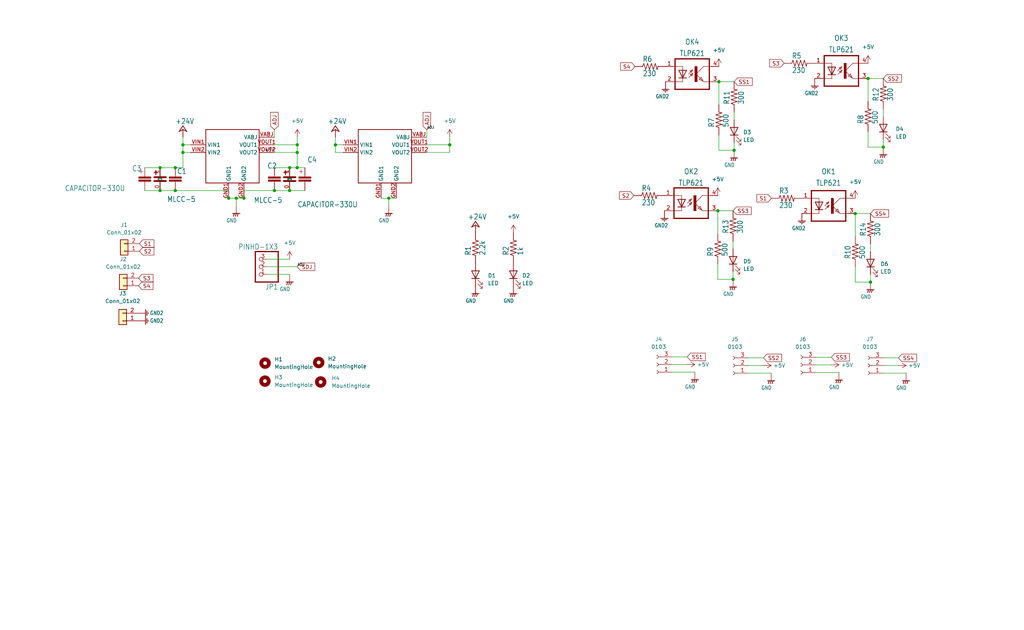
<source format=kicad_sch>
(kicad_sch (version 20211123) (generator eeschema)

  (uuid 76fa21a3-3ede-45fa-b6af-4bdd134216c8)

  (paper "User" 341.224 210.007)

  (lib_symbols
    (symbol "Connector:Conn_01x03_Female" (pin_names (offset 1.016) hide) (in_bom yes) (on_board yes)
      (property "Reference" "J" (id 0) (at 0 5.08 0)
        (effects (font (size 1.27 1.27)))
      )
      (property "Value" "Conn_01x03_Female" (id 1) (at 0 -5.08 0)
        (effects (font (size 1.27 1.27)))
      )
      (property "Footprint" "" (id 2) (at 0 0 0)
        (effects (font (size 1.27 1.27)) hide)
      )
      (property "Datasheet" "~" (id 3) (at 0 0 0)
        (effects (font (size 1.27 1.27)) hide)
      )
      (property "ki_keywords" "connector" (id 4) (at 0 0 0)
        (effects (font (size 1.27 1.27)) hide)
      )
      (property "ki_description" "Generic connector, single row, 01x03, script generated (kicad-library-utils/schlib/autogen/connector/)" (id 5) (at 0 0 0)
        (effects (font (size 1.27 1.27)) hide)
      )
      (property "ki_fp_filters" "Connector*:*_1x??_*" (id 6) (at 0 0 0)
        (effects (font (size 1.27 1.27)) hide)
      )
      (symbol "Conn_01x03_Female_1_1"
        (arc (start 0 -2.032) (mid -0.508 -2.54) (end 0 -3.048)
          (stroke (width 0.1524) (type default) (color 0 0 0 0))
          (fill (type none))
        )
        (polyline
          (pts
            (xy -1.27 -2.54)
            (xy -0.508 -2.54)
          )
          (stroke (width 0.1524) (type default) (color 0 0 0 0))
          (fill (type none))
        )
        (polyline
          (pts
            (xy -1.27 0)
            (xy -0.508 0)
          )
          (stroke (width 0.1524) (type default) (color 0 0 0 0))
          (fill (type none))
        )
        (polyline
          (pts
            (xy -1.27 2.54)
            (xy -0.508 2.54)
          )
          (stroke (width 0.1524) (type default) (color 0 0 0 0))
          (fill (type none))
        )
        (arc (start 0 0.508) (mid -0.508 0) (end 0 -0.508)
          (stroke (width 0.1524) (type default) (color 0 0 0 0))
          (fill (type none))
        )
        (arc (start 0 3.048) (mid -0.508 2.54) (end 0 2.032)
          (stroke (width 0.1524) (type default) (color 0 0 0 0))
          (fill (type none))
        )
        (pin passive line (at -5.08 2.54 0) (length 3.81)
          (name "Pin_1" (effects (font (size 1.27 1.27))))
          (number "1" (effects (font (size 1.27 1.27))))
        )
        (pin passive line (at -5.08 0 0) (length 3.81)
          (name "Pin_2" (effects (font (size 1.27 1.27))))
          (number "2" (effects (font (size 1.27 1.27))))
        )
        (pin passive line (at -5.08 -2.54 0) (length 3.81)
          (name "Pin_3" (effects (font (size 1.27 1.27))))
          (number "3" (effects (font (size 1.27 1.27))))
        )
      )
    )
    (symbol "Connector_Generic:Conn_01x02" (pin_names (offset 1.016) hide) (in_bom yes) (on_board yes)
      (property "Reference" "J" (id 0) (at 0 2.54 0)
        (effects (font (size 1.27 1.27)))
      )
      (property "Value" "Conn_01x02" (id 1) (at 0 -5.08 0)
        (effects (font (size 1.27 1.27)))
      )
      (property "Footprint" "" (id 2) (at 0 0 0)
        (effects (font (size 1.27 1.27)) hide)
      )
      (property "Datasheet" "~" (id 3) (at 0 0 0)
        (effects (font (size 1.27 1.27)) hide)
      )
      (property "ki_keywords" "connector" (id 4) (at 0 0 0)
        (effects (font (size 1.27 1.27)) hide)
      )
      (property "ki_description" "Generic connector, single row, 01x02, script generated (kicad-library-utils/schlib/autogen/connector/)" (id 5) (at 0 0 0)
        (effects (font (size 1.27 1.27)) hide)
      )
      (property "ki_fp_filters" "Connector*:*_1x??_*" (id 6) (at 0 0 0)
        (effects (font (size 1.27 1.27)) hide)
      )
      (symbol "Conn_01x02_1_1"
        (rectangle (start -1.27 -2.413) (end 0 -2.667)
          (stroke (width 0.1524) (type default) (color 0 0 0 0))
          (fill (type none))
        )
        (rectangle (start -1.27 0.127) (end 0 -0.127)
          (stroke (width 0.1524) (type default) (color 0 0 0 0))
          (fill (type none))
        )
        (rectangle (start -1.27 1.27) (end 1.27 -3.81)
          (stroke (width 0.254) (type default) (color 0 0 0 0))
          (fill (type background))
        )
        (pin passive line (at -5.08 0 0) (length 3.81)
          (name "Pin_1" (effects (font (size 1.27 1.27))))
          (number "1" (effects (font (size 1.27 1.27))))
        )
        (pin passive line (at -5.08 -2.54 0) (length 3.81)
          (name "Pin_2" (effects (font (size 1.27 1.27))))
          (number "2" (effects (font (size 1.27 1.27))))
        )
      )
    )
    (symbol "Device:LED" (pin_numbers hide) (pin_names (offset 1.016) hide) (in_bom yes) (on_board yes)
      (property "Reference" "D" (id 0) (at 0 2.54 0)
        (effects (font (size 1.27 1.27)))
      )
      (property "Value" "LED" (id 1) (at 0 -2.54 0)
        (effects (font (size 1.27 1.27)))
      )
      (property "Footprint" "" (id 2) (at 0 0 0)
        (effects (font (size 1.27 1.27)) hide)
      )
      (property "Datasheet" "~" (id 3) (at 0 0 0)
        (effects (font (size 1.27 1.27)) hide)
      )
      (property "ki_keywords" "LED diode" (id 4) (at 0 0 0)
        (effects (font (size 1.27 1.27)) hide)
      )
      (property "ki_description" "Light emitting diode" (id 5) (at 0 0 0)
        (effects (font (size 1.27 1.27)) hide)
      )
      (property "ki_fp_filters" "LED* LED_SMD:* LED_THT:*" (id 6) (at 0 0 0)
        (effects (font (size 1.27 1.27)) hide)
      )
      (symbol "LED_0_1"
        (polyline
          (pts
            (xy -1.27 -1.27)
            (xy -1.27 1.27)
          )
          (stroke (width 0.254) (type default) (color 0 0 0 0))
          (fill (type none))
        )
        (polyline
          (pts
            (xy -1.27 0)
            (xy 1.27 0)
          )
          (stroke (width 0) (type default) (color 0 0 0 0))
          (fill (type none))
        )
        (polyline
          (pts
            (xy 1.27 -1.27)
            (xy 1.27 1.27)
            (xy -1.27 0)
            (xy 1.27 -1.27)
          )
          (stroke (width 0.254) (type default) (color 0 0 0 0))
          (fill (type none))
        )
        (polyline
          (pts
            (xy -3.048 -0.762)
            (xy -4.572 -2.286)
            (xy -3.81 -2.286)
            (xy -4.572 -2.286)
            (xy -4.572 -1.524)
          )
          (stroke (width 0) (type default) (color 0 0 0 0))
          (fill (type none))
        )
        (polyline
          (pts
            (xy -1.778 -0.762)
            (xy -3.302 -2.286)
            (xy -2.54 -2.286)
            (xy -3.302 -2.286)
            (xy -3.302 -1.524)
          )
          (stroke (width 0) (type default) (color 0 0 0 0))
          (fill (type none))
        )
      )
      (symbol "LED_1_1"
        (pin passive line (at -3.81 0 0) (length 2.54)
          (name "K" (effects (font (size 1.27 1.27))))
          (number "1" (effects (font (size 1.27 1.27))))
        )
        (pin passive line (at 3.81 0 180) (length 2.54)
          (name "A" (effects (font (size 1.27 1.27))))
          (number "2" (effects (font (size 1.27 1.27))))
        )
      )
    )
    (symbol "Mechanical:MountingHole" (pin_names (offset 1.016)) (in_bom yes) (on_board yes)
      (property "Reference" "H" (id 0) (at 0 5.08 0)
        (effects (font (size 1.27 1.27)))
      )
      (property "Value" "MountingHole" (id 1) (at 0 3.175 0)
        (effects (font (size 1.27 1.27)))
      )
      (property "Footprint" "" (id 2) (at 0 0 0)
        (effects (font (size 1.27 1.27)) hide)
      )
      (property "Datasheet" "~" (id 3) (at 0 0 0)
        (effects (font (size 1.27 1.27)) hide)
      )
      (property "ki_keywords" "mounting hole" (id 4) (at 0 0 0)
        (effects (font (size 1.27 1.27)) hide)
      )
      (property "ki_description" "Mounting Hole without connection" (id 5) (at 0 0 0)
        (effects (font (size 1.27 1.27)) hide)
      )
      (property "ki_fp_filters" "MountingHole*" (id 6) (at 0 0 0)
        (effects (font (size 1.27 1.27)) hide)
      )
      (symbol "MountingHole_0_1"
        (circle (center 0 0) (radius 1.27)
          (stroke (width 1.27) (type default) (color 0 0 0 0))
          (fill (type none))
        )
      )
    )
    (symbol "power:+5V" (power) (pin_names (offset 0)) (in_bom yes) (on_board yes)
      (property "Reference" "#PWR" (id 0) (at 0 -3.81 0)
        (effects (font (size 1.27 1.27)) hide)
      )
      (property "Value" "+5V" (id 1) (at 0 3.556 0)
        (effects (font (size 1.27 1.27)))
      )
      (property "Footprint" "" (id 2) (at 0 0 0)
        (effects (font (size 1.27 1.27)) hide)
      )
      (property "Datasheet" "" (id 3) (at 0 0 0)
        (effects (font (size 1.27 1.27)) hide)
      )
      (property "ki_keywords" "power-flag" (id 4) (at 0 0 0)
        (effects (font (size 1.27 1.27)) hide)
      )
      (property "ki_description" "Power symbol creates a global label with name \"+5V\"" (id 5) (at 0 0 0)
        (effects (font (size 1.27 1.27)) hide)
      )
      (symbol "+5V_0_1"
        (polyline
          (pts
            (xy -0.762 1.27)
            (xy 0 2.54)
          )
          (stroke (width 0) (type default) (color 0 0 0 0))
          (fill (type none))
        )
        (polyline
          (pts
            (xy 0 0)
            (xy 0 2.54)
          )
          (stroke (width 0) (type default) (color 0 0 0 0))
          (fill (type none))
        )
        (polyline
          (pts
            (xy 0 2.54)
            (xy 0.762 1.27)
          )
          (stroke (width 0) (type default) (color 0 0 0 0))
          (fill (type none))
        )
      )
      (symbol "+5V_1_1"
        (pin power_in line (at 0 0 90) (length 0) hide
          (name "+5V" (effects (font (size 1.27 1.27))))
          (number "1" (effects (font (size 1.27 1.27))))
        )
      )
    )
    (symbol "untitled-eagle-import:+24V" (power) (in_bom yes) (on_board yes)
      (property "Reference" "" (id 0) (at 0 0 0)
        (effects (font (size 1.27 1.27)) hide)
      )
      (property "Value" "+24V" (id 1) (at -2.54 1.778 0)
        (effects (font (size 1.778 1.5113)) (justify left bottom))
      )
      (property "Footprint" "untitled:" (id 2) (at 0 0 0)
        (effects (font (size 1.27 1.27)) hide)
      )
      (property "Datasheet" "" (id 3) (at 0 0 0)
        (effects (font (size 1.27 1.27)) hide)
      )
      (property "ki_locked" "" (id 4) (at 0 0 0)
        (effects (font (size 1.27 1.27)))
      )
      (symbol "+24V_1_0"
        (polyline
          (pts
            (xy 0 0)
            (xy -1.27 -0.635)
          )
          (stroke (width 0.254) (type default) (color 0 0 0 0))
          (fill (type none))
        )
        (polyline
          (pts
            (xy 0 1.27)
            (xy -1.27 -0.635)
          )
          (stroke (width 0.254) (type default) (color 0 0 0 0))
          (fill (type none))
        )
        (polyline
          (pts
            (xy 1.27 -0.635)
            (xy 0 0)
          )
          (stroke (width 0.254) (type default) (color 0 0 0 0))
          (fill (type none))
        )
        (polyline
          (pts
            (xy 1.27 -0.635)
            (xy 0 1.27)
          )
          (stroke (width 0.254) (type default) (color 0 0 0 0))
          (fill (type none))
        )
        (pin power_in line (at 0 -2.54 90) (length 2.54)
          (name "+24V" (effects (font (size 0 0))))
          (number "1" (effects (font (size 0 0))))
        )
      )
    )
    (symbol "untitled-eagle-import:CAPACITOR" (in_bom yes) (on_board yes)
      (property "Reference" "CAPACITOR3300" (id 0) (at 0 0 0)
        (effects (font (size 1.27 1.27)) hide)
      )
      (property "Value" "CAPACITOR" (id 1) (at 0 0 0)
        (effects (font (size 1.27 1.27)) hide)
      )
      (property "Footprint" "untitled:CAPACITOR" (id 2) (at 0 0 0)
        (effects (font (size 1.27 1.27)) hide)
      )
      (property "Datasheet" "" (id 3) (at 0 0 0)
        (effects (font (size 1.27 1.27)) hide)
      )
      (property "ki_locked" "" (id 4) (at 0 0 0)
        (effects (font (size 1.27 1.27)))
      )
      (symbol "CAPACITOR_1_0"
        (polyline
          (pts
            (xy -1.905 3.175)
            (xy 1.905 3.175)
          )
          (stroke (width 0.6096) (type default) (color 0 0 0 0))
          (fill (type none))
        )
        (polyline
          (pts
            (xy -1.905 4.445)
            (xy 1.905 4.445)
          )
          (stroke (width 0.6096) (type default) (color 0 0 0 0))
          (fill (type none))
        )
        (polyline
          (pts
            (xy 0 3.175)
            (xy 0 0)
          )
          (stroke (width 0.254) (type default) (color 0 0 0 0))
          (fill (type none))
        )
        (polyline
          (pts
            (xy 0 4.445)
            (xy 0 7.62)
          )
          (stroke (width 0.254) (type default) (color 0 0 0 0))
          (fill (type none))
        )
        (text "+" (at -2.54 5.08 0)
          (effects (font (size 1.778 1.5113) (thickness 0.3023) bold) (justify left bottom))
        )
        (pin bidirectional line (at 0 0 90) (length 2.54)
          (name "0" (effects (font (size 1.27 1.27))))
          (number "0" (effects (font (size 1.27 1.27))))
        )
        (pin bidirectional line (at 0 7.62 270) (length 2.54)
          (name "1" (effects (font (size 1.27 1.27))))
          (number "1" (effects (font (size 1.27 1.27))))
        )
      )
    )
    (symbol "untitled-eagle-import:CAPACITOR-330U" (in_bom yes) (on_board yes)
      (property "Reference" "C" (id 0) (at 1.524 2.921 0)
        (effects (font (size 1.778 1.5113)) (justify left bottom))
      )
      (property "Value" "CAPACITOR-330U" (id 1) (at 1.524 -2.159 0)
        (effects (font (size 1.778 1.5113)) (justify left bottom))
      )
      (property "Footprint" "untitled:C_330U" (id 2) (at 0 0 0)
        (effects (font (size 1.27 1.27)) hide)
      )
      (property "Datasheet" "" (id 3) (at 0 0 0)
        (effects (font (size 1.27 1.27)) hide)
      )
      (property "ki_locked" "" (id 4) (at 0 0 0)
        (effects (font (size 1.27 1.27)))
      )
      (symbol "CAPACITOR-330U_1_0"
        (rectangle (start -2.032 0.508) (end 2.032 1.016)
          (stroke (width 0) (type default) (color 0 0 0 0))
          (fill (type outline))
        )
        (rectangle (start -2.032 1.524) (end 2.032 2.032)
          (stroke (width 0) (type default) (color 0 0 0 0))
          (fill (type outline))
        )
        (polyline
          (pts
            (xy -1.905 3.81)
            (xy -0.635 3.81)
          )
          (stroke (width 0.127) (type default) (color 0 0 0 0))
          (fill (type none))
        )
        (polyline
          (pts
            (xy -1.27 4.445)
            (xy -1.27 3.175)
          )
          (stroke (width 0.127) (type default) (color 0 0 0 0))
          (fill (type none))
        )
        (polyline
          (pts
            (xy 0 0)
            (xy 0 0.508)
          )
          (stroke (width 0.1524) (type default) (color 0 0 0 0))
          (fill (type none))
        )
        (polyline
          (pts
            (xy 0 2.54)
            (xy 0 2.032)
          )
          (stroke (width 0.1524) (type default) (color 0 0 0 0))
          (fill (type none))
        )
        (pin passive line (at 0 5.08 270) (length 2.54)
          (name "1" (effects (font (size 0 0))))
          (number "P$1" (effects (font (size 0 0))))
        )
        (pin passive line (at 0 -2.54 90) (length 2.54)
          (name "2" (effects (font (size 0 0))))
          (number "P$2" (effects (font (size 0 0))))
        )
      )
    )
    (symbol "untitled-eagle-import:GND" (power) (in_bom yes) (on_board yes)
      (property "Reference" "" (id 0) (at 0 0 0)
        (effects (font (size 1.27 1.27)) hide)
      )
      (property "Value" "GND" (id 1) (at -3.302 -3.048 0)
        (effects (font (size 1.27 1.0795)) (justify left bottom))
      )
      (property "Footprint" "untitled:" (id 2) (at 0 0 0)
        (effects (font (size 1.27 1.27)) hide)
      )
      (property "Datasheet" "" (id 3) (at 0 0 0)
        (effects (font (size 1.27 1.27)) hide)
      )
      (property "ki_locked" "" (id 4) (at 0 0 0)
        (effects (font (size 1.27 1.27)))
      )
      (symbol "GND_1_0"
        (polyline
          (pts
            (xy -1.2065 0)
            (xy -0.635 0)
          )
          (stroke (width 0.254) (type default) (color 0 0 0 0))
          (fill (type none))
        )
        (polyline
          (pts
            (xy -0.635 0)
            (xy -0.9525 -0.9525)
          )
          (stroke (width 0.254) (type default) (color 0 0 0 0))
          (fill (type none))
        )
        (polyline
          (pts
            (xy -0.635 0)
            (xy 0 0)
          )
          (stroke (width 0.254) (type default) (color 0 0 0 0))
          (fill (type none))
        )
        (polyline
          (pts
            (xy 0 0)
            (xy -0.3175 -0.9525)
          )
          (stroke (width 0.254) (type default) (color 0 0 0 0))
          (fill (type none))
        )
        (polyline
          (pts
            (xy 0 0)
            (xy 0.635 0)
          )
          (stroke (width 0.254) (type default) (color 0 0 0 0))
          (fill (type none))
        )
        (polyline
          (pts
            (xy 0.635 0)
            (xy 0.3175 -0.9525)
          )
          (stroke (width 0.254) (type default) (color 0 0 0 0))
          (fill (type none))
        )
        (polyline
          (pts
            (xy 0.635 0)
            (xy 1.2065 0)
          )
          (stroke (width 0.254) (type default) (color 0 0 0 0))
          (fill (type none))
        )
        (pin power_in line (at 0 2.54 270) (length 2.54)
          (name "GND" (effects (font (size 0 0))))
          (number "1" (effects (font (size 0 0))))
        )
      )
    )
    (symbol "untitled-eagle-import:GND2" (power) (in_bom yes) (on_board yes)
      (property "Reference" "" (id 0) (at 0 0 0)
        (effects (font (size 1.27 1.27)) hide)
      )
      (property "Value" "GND2" (id 1) (at -3.302 -3.048 0)
        (effects (font (size 1.27 1.0795)) (justify left bottom))
      )
      (property "Footprint" "untitled:" (id 2) (at 0 0 0)
        (effects (font (size 1.27 1.27)) hide)
      )
      (property "Datasheet" "" (id 3) (at 0 0 0)
        (effects (font (size 1.27 1.27)) hide)
      )
      (property "ki_locked" "" (id 4) (at 0 0 0)
        (effects (font (size 1.27 1.27)))
      )
      (symbol "GND2_1_0"
        (polyline
          (pts
            (xy -1.2065 0)
            (xy 0 0)
          )
          (stroke (width 0.254) (type default) (color 0 0 0 0))
          (fill (type none))
        )
        (polyline
          (pts
            (xy -0.762 -0.4445)
            (xy 0.762 -0.4445)
          )
          (stroke (width 0.254) (type default) (color 0 0 0 0))
          (fill (type none))
        )
        (polyline
          (pts
            (xy -0.127 -0.889)
            (xy 0.127 -0.889)
          )
          (stroke (width 0.254) (type default) (color 0 0 0 0))
          (fill (type none))
        )
        (polyline
          (pts
            (xy 0 0)
            (xy 1.2065 0)
          )
          (stroke (width 0.254) (type default) (color 0 0 0 0))
          (fill (type none))
        )
        (pin power_in line (at 0 2.54 270) (length 2.54)
          (name "GND12" (effects (font (size 0 0))))
          (number "1" (effects (font (size 0 0))))
        )
      )
    )
    (symbol "untitled-eagle-import:KIC-053" (in_bom yes) (on_board yes)
      (property "Reference" "KIC-053" (id 0) (at 0 0 0)
        (effects (font (size 1.27 1.27)) hide)
      )
      (property "Value" "KIC-053" (id 1) (at 0 0 0)
        (effects (font (size 1.27 1.27)) hide)
      )
      (property "Footprint" "untitled:KIC-053" (id 2) (at 0 0 0)
        (effects (font (size 1.27 1.27)) hide)
      )
      (property "Datasheet" "" (id 3) (at 0 0 0)
        (effects (font (size 1.27 1.27)) hide)
      )
      (property "ki_locked" "" (id 4) (at 0 0 0)
        (effects (font (size 1.27 1.27)))
      )
      (symbol "KIC-053_1_0"
        (polyline
          (pts
            (xy -10.16 -10.16)
            (xy -10.16 7.62)
          )
          (stroke (width 0.254) (type default) (color 0 0 0 0))
          (fill (type none))
        )
        (polyline
          (pts
            (xy -10.16 7.62)
            (xy 7.62 7.62)
          )
          (stroke (width 0.254) (type default) (color 0 0 0 0))
          (fill (type none))
        )
        (polyline
          (pts
            (xy 7.62 -10.16)
            (xy -10.16 -10.16)
          )
          (stroke (width 0.254) (type default) (color 0 0 0 0))
          (fill (type none))
        )
        (polyline
          (pts
            (xy 7.62 7.62)
            (xy 7.62 -10.16)
          )
          (stroke (width 0.254) (type default) (color 0 0 0 0))
          (fill (type none))
        )
        (pin bidirectional line (at -2.54 -15.24 90) (length 5.08)
          (name "GND1" (effects (font (size 1.27 1.27))))
          (number "GND1" (effects (font (size 1.27 1.27))))
        )
        (pin bidirectional line (at 2.54 -15.24 90) (length 5.08)
          (name "GND2" (effects (font (size 1.27 1.27))))
          (number "GND2" (effects (font (size 1.27 1.27))))
        )
        (pin bidirectional line (at 12.7 5.08 180) (length 5.08)
          (name "VABJ" (effects (font (size 1.27 1.27))))
          (number "VABJ" (effects (font (size 1.27 1.27))))
        )
        (pin bidirectional line (at -15.24 2.54 0) (length 5.08)
          (name "VIN1" (effects (font (size 1.27 1.27))))
          (number "VIN1" (effects (font (size 1.27 1.27))))
        )
        (pin bidirectional line (at -15.24 0 0) (length 5.08)
          (name "VIN2" (effects (font (size 1.27 1.27))))
          (number "VIN2" (effects (font (size 1.27 1.27))))
        )
        (pin bidirectional line (at 12.7 2.54 180) (length 5.08)
          (name "VOUT1" (effects (font (size 1.27 1.27))))
          (number "VOUT1" (effects (font (size 1.27 1.27))))
        )
        (pin bidirectional line (at 12.7 0 180) (length 5.08)
          (name "VOUT2" (effects (font (size 1.27 1.27))))
          (number "VOUT2" (effects (font (size 1.27 1.27))))
        )
      )
    )
    (symbol "untitled-eagle-import:MLCC-5" (in_bom yes) (on_board yes)
      (property "Reference" "C" (id 0) (at 1.524 0.381 0)
        (effects (font (size 1.778 1.5113)) (justify left bottom))
      )
      (property "Value" "MLCC-5" (id 1) (at 1.524 -4.699 0)
        (effects (font (size 1.778 1.5113)) (justify left bottom))
      )
      (property "Footprint" "untitled:MLCC_50" (id 2) (at 0 0 0)
        (effects (font (size 1.27 1.27)) hide)
      )
      (property "Datasheet" "" (id 3) (at 0 0 0)
        (effects (font (size 1.27 1.27)) hide)
      )
      (property "ki_locked" "" (id 4) (at 0 0 0)
        (effects (font (size 1.27 1.27)))
      )
      (symbol "MLCC-5_1_0"
        (rectangle (start -2.032 -2.032) (end 2.032 -1.524)
          (stroke (width 0) (type default) (color 0 0 0 0))
          (fill (type outline))
        )
        (rectangle (start -2.032 -1.016) (end 2.032 -0.508)
          (stroke (width 0) (type default) (color 0 0 0 0))
          (fill (type outline))
        )
        (polyline
          (pts
            (xy 0 -2.54)
            (xy 0 -2.032)
          )
          (stroke (width 0.1524) (type default) (color 0 0 0 0))
          (fill (type none))
        )
        (polyline
          (pts
            (xy 0 0)
            (xy 0 -0.508)
          )
          (stroke (width 0.1524) (type default) (color 0 0 0 0))
          (fill (type none))
        )
        (pin passive line (at 0 2.54 270) (length 2.54)
          (name "1" (effects (font (size 0 0))))
          (number "1" (effects (font (size 0 0))))
        )
        (pin passive line (at 0 -5.08 90) (length 2.54)
          (name "2" (effects (font (size 0 0))))
          (number "2" (effects (font (size 0 0))))
        )
      )
    )
    (symbol "untitled-eagle-import:PINHD-1X3" (in_bom yes) (on_board yes)
      (property "Reference" "JP" (id 0) (at -6.35 5.715 0)
        (effects (font (size 1.778 1.5113)) (justify left bottom))
      )
      (property "Value" "PINHD-1X3" (id 1) (at -6.35 -7.62 0)
        (effects (font (size 1.778 1.5113)) (justify left bottom))
      )
      (property "Footprint" "untitled:1X03" (id 2) (at 0 0 0)
        (effects (font (size 1.27 1.27)) hide)
      )
      (property "Datasheet" "" (id 3) (at 0 0 0)
        (effects (font (size 1.27 1.27)) hide)
      )
      (property "ki_locked" "" (id 4) (at 0 0 0)
        (effects (font (size 1.27 1.27)))
      )
      (symbol "PINHD-1X3_1_0"
        (polyline
          (pts
            (xy -6.35 -5.08)
            (xy 1.27 -5.08)
          )
          (stroke (width 0.4064) (type default) (color 0 0 0 0))
          (fill (type none))
        )
        (polyline
          (pts
            (xy -6.35 5.08)
            (xy -6.35 -5.08)
          )
          (stroke (width 0.4064) (type default) (color 0 0 0 0))
          (fill (type none))
        )
        (polyline
          (pts
            (xy 1.27 -5.08)
            (xy 1.27 5.08)
          )
          (stroke (width 0.4064) (type default) (color 0 0 0 0))
          (fill (type none))
        )
        (polyline
          (pts
            (xy 1.27 5.08)
            (xy -6.35 5.08)
          )
          (stroke (width 0.4064) (type default) (color 0 0 0 0))
          (fill (type none))
        )
        (pin passive inverted (at -2.54 2.54 0) (length 2.54)
          (name "1" (effects (font (size 0 0))))
          (number "1" (effects (font (size 1.27 1.27))))
        )
        (pin passive inverted (at -2.54 0 0) (length 2.54)
          (name "2" (effects (font (size 0 0))))
          (number "2" (effects (font (size 1.27 1.27))))
        )
        (pin passive inverted (at -2.54 -2.54 0) (length 2.54)
          (name "3" (effects (font (size 0 0))))
          (number "3" (effects (font (size 1.27 1.27))))
        )
      )
    )
    (symbol "untitled-eagle-import:RESISTORS-3" (in_bom yes) (on_board yes)
      (property "Reference" "R" (id 0) (at -2.54 1.4986 0)
        (effects (font (size 1.778 1.5113)) (justify left bottom))
      )
      (property "Value" "RESISTORS-3" (id 1) (at -2.54 -3.302 0)
        (effects (font (size 1.778 1.5113)) (justify left bottom))
      )
      (property "Footprint" "untitled:R_0.3" (id 2) (at 0 0 0)
        (effects (font (size 1.27 1.27)) hide)
      )
      (property "Datasheet" "" (id 3) (at 0 0 0)
        (effects (font (size 1.27 1.27)) hide)
      )
      (property "ki_locked" "" (id 4) (at 0 0 0)
        (effects (font (size 1.27 1.27)))
      )
      (symbol "RESISTORS-3_1_0"
        (polyline
          (pts
            (xy -2.54 0)
            (xy -2.159 1.016)
          )
          (stroke (width 0.2032) (type default) (color 0 0 0 0))
          (fill (type none))
        )
        (polyline
          (pts
            (xy -2.159 1.016)
            (xy -1.524 -1.016)
          )
          (stroke (width 0.2032) (type default) (color 0 0 0 0))
          (fill (type none))
        )
        (polyline
          (pts
            (xy -1.524 -1.016)
            (xy -0.889 1.016)
          )
          (stroke (width 0.2032) (type default) (color 0 0 0 0))
          (fill (type none))
        )
        (polyline
          (pts
            (xy -0.889 1.016)
            (xy -0.254 -1.016)
          )
          (stroke (width 0.2032) (type default) (color 0 0 0 0))
          (fill (type none))
        )
        (polyline
          (pts
            (xy -0.254 -1.016)
            (xy 0.381 1.016)
          )
          (stroke (width 0.2032) (type default) (color 0 0 0 0))
          (fill (type none))
        )
        (polyline
          (pts
            (xy 0.381 1.016)
            (xy 1.016 -1.016)
          )
          (stroke (width 0.2032) (type default) (color 0 0 0 0))
          (fill (type none))
        )
        (polyline
          (pts
            (xy 1.016 -1.016)
            (xy 1.651 1.016)
          )
          (stroke (width 0.2032) (type default) (color 0 0 0 0))
          (fill (type none))
        )
        (polyline
          (pts
            (xy 1.651 1.016)
            (xy 2.286 -1.016)
          )
          (stroke (width 0.2032) (type default) (color 0 0 0 0))
          (fill (type none))
        )
        (polyline
          (pts
            (xy 2.286 -1.016)
            (xy 2.54 0)
          )
          (stroke (width 0.2032) (type default) (color 0 0 0 0))
          (fill (type none))
        )
        (pin passive line (at -5.08 0 0) (length 2.54)
          (name "1" (effects (font (size 0 0))))
          (number "1" (effects (font (size 0 0))))
        )
        (pin passive line (at 5.08 0 180) (length 2.54)
          (name "2" (effects (font (size 0 0))))
          (number "2" (effects (font (size 0 0))))
        )
      )
    )
    (symbol "untitled-eagle-import:TLP621" (in_bom yes) (on_board yes)
      (property "Reference" "OK" (id 0) (at -6.985 5.715 0)
        (effects (font (size 1.778 1.5113)) (justify left bottom))
      )
      (property "Value" "TLP621" (id 1) (at -6.985 -7.62 0)
        (effects (font (size 1.778 1.5113)) (justify left bottom))
      )
      (property "Footprint" "untitled:DIP4" (id 2) (at 0 0 0)
        (effects (font (size 1.27 1.27)) hide)
      )
      (property "Datasheet" "" (id 3) (at 0 0 0)
        (effects (font (size 1.27 1.27)) hide)
      )
      (property "ki_locked" "" (id 4) (at 0 0 0)
        (effects (font (size 1.27 1.27)))
      )
      (symbol "TLP621_1_0"
        (rectangle (start -0.381 -2.54) (end 0.381 2.54)
          (stroke (width 0) (type default) (color 0 0 0 0))
          (fill (type outline))
        )
        (polyline
          (pts
            (xy -6.985 -5.08)
            (xy 4.445 -5.08)
          )
          (stroke (width 0.4064) (type default) (color 0 0 0 0))
          (fill (type none))
        )
        (polyline
          (pts
            (xy -6.985 5.08)
            (xy -6.985 -5.08)
          )
          (stroke (width 0.4064) (type default) (color 0 0 0 0))
          (fill (type none))
        )
        (polyline
          (pts
            (xy -6.985 5.08)
            (xy 4.445 5.08)
          )
          (stroke (width 0.4064) (type default) (color 0 0 0 0))
          (fill (type none))
        )
        (polyline
          (pts
            (xy -4.445 -2.54)
            (xy -7.62 -2.54)
          )
          (stroke (width 0.1524) (type default) (color 0 0 0 0))
          (fill (type none))
        )
        (polyline
          (pts
            (xy -4.445 -1.27)
            (xy -5.715 -1.27)
          )
          (stroke (width 0.254) (type default) (color 0 0 0 0))
          (fill (type none))
        )
        (polyline
          (pts
            (xy -4.445 -1.27)
            (xy -5.715 1.27)
          )
          (stroke (width 0.254) (type default) (color 0 0 0 0))
          (fill (type none))
        )
        (polyline
          (pts
            (xy -4.445 -1.27)
            (xy -4.445 -2.54)
          )
          (stroke (width 0.1524) (type default) (color 0 0 0 0))
          (fill (type none))
        )
        (polyline
          (pts
            (xy -4.445 1.27)
            (xy -5.715 1.27)
          )
          (stroke (width 0.254) (type default) (color 0 0 0 0))
          (fill (type none))
        )
        (polyline
          (pts
            (xy -4.445 1.27)
            (xy -4.445 -1.27)
          )
          (stroke (width 0.254) (type default) (color 0 0 0 0))
          (fill (type none))
        )
        (polyline
          (pts
            (xy -4.445 2.54)
            (xy -7.62 2.54)
          )
          (stroke (width 0.1524) (type default) (color 0 0 0 0))
          (fill (type none))
        )
        (polyline
          (pts
            (xy -4.445 2.54)
            (xy -4.445 1.27)
          )
          (stroke (width 0.1524) (type default) (color 0 0 0 0))
          (fill (type none))
        )
        (polyline
          (pts
            (xy -3.175 -1.27)
            (xy -4.445 -1.27)
          )
          (stroke (width 0.254) (type default) (color 0 0 0 0))
          (fill (type none))
        )
        (polyline
          (pts
            (xy -3.175 1.27)
            (xy -4.445 -1.27)
          )
          (stroke (width 0.254) (type default) (color 0 0 0 0))
          (fill (type none))
        )
        (polyline
          (pts
            (xy -3.175 1.27)
            (xy -4.445 1.27)
          )
          (stroke (width 0.254) (type default) (color 0 0 0 0))
          (fill (type none))
        )
        (polyline
          (pts
            (xy -2.54 0)
            (xy -1.143 1.397)
          )
          (stroke (width 0.1524) (type default) (color 0 0 0 0))
          (fill (type none))
        )
        (polyline
          (pts
            (xy -2.413 -1.143)
            (xy -1.016 0.254)
          )
          (stroke (width 0.1524) (type default) (color 0 0 0 0))
          (fill (type none))
        )
        (polyline
          (pts
            (xy -2.032 1.016)
            (xy -1.524 0.508)
          )
          (stroke (width 0.1524) (type default) (color 0 0 0 0))
          (fill (type none))
        )
        (polyline
          (pts
            (xy -1.905 -0.127)
            (xy -1.397 -0.635)
          )
          (stroke (width 0.1524) (type default) (color 0 0 0 0))
          (fill (type none))
        )
        (polyline
          (pts
            (xy -1.524 0.508)
            (xy -1.143 1.397)
          )
          (stroke (width 0.1524) (type default) (color 0 0 0 0))
          (fill (type none))
        )
        (polyline
          (pts
            (xy -1.397 -0.635)
            (xy -1.016 0.254)
          )
          (stroke (width 0.1524) (type default) (color 0 0 0 0))
          (fill (type none))
        )
        (polyline
          (pts
            (xy -1.143 1.397)
            (xy -2.032 1.016)
          )
          (stroke (width 0.1524) (type default) (color 0 0 0 0))
          (fill (type none))
        )
        (polyline
          (pts
            (xy -1.016 0.254)
            (xy -1.905 -0.127)
          )
          (stroke (width 0.1524) (type default) (color 0 0 0 0))
          (fill (type none))
        )
        (polyline
          (pts
            (xy 0 0)
            (xy 2.286 -2.286)
          )
          (stroke (width 0.1524) (type default) (color 0 0 0 0))
          (fill (type none))
        )
        (polyline
          (pts
            (xy 1.016 -1.778)
            (xy 1.778 -1.016)
          )
          (stroke (width 0.1524) (type default) (color 0 0 0 0))
          (fill (type none))
        )
        (polyline
          (pts
            (xy 1.778 -1.016)
            (xy 2.286 -2.286)
          )
          (stroke (width 0.1524) (type default) (color 0 0 0 0))
          (fill (type none))
        )
        (polyline
          (pts
            (xy 2.286 -2.286)
            (xy 1.016 -1.778)
          )
          (stroke (width 0.1524) (type default) (color 0 0 0 0))
          (fill (type none))
        )
        (polyline
          (pts
            (xy 2.286 -2.286)
            (xy 2.54 -2.54)
          )
          (stroke (width 0.1524) (type default) (color 0 0 0 0))
          (fill (type none))
        )
        (polyline
          (pts
            (xy 2.54 -2.54)
            (xy 5.08 -2.54)
          )
          (stroke (width 0.1524) (type default) (color 0 0 0 0))
          (fill (type none))
        )
        (polyline
          (pts
            (xy 2.54 2.54)
            (xy 0 0)
          )
          (stroke (width 0.1524) (type default) (color 0 0 0 0))
          (fill (type none))
        )
        (polyline
          (pts
            (xy 2.54 2.54)
            (xy 5.08 2.54)
          )
          (stroke (width 0.1524) (type default) (color 0 0 0 0))
          (fill (type none))
        )
        (polyline
          (pts
            (xy 4.445 5.08)
            (xy 4.445 -5.08)
          )
          (stroke (width 0.4064) (type default) (color 0 0 0 0))
          (fill (type none))
        )
        (pin passive line (at -10.16 2.54 0) (length 2.54)
          (name "A" (effects (font (size 0 0))))
          (number "1" (effects (font (size 1.27 1.27))))
        )
        (pin passive line (at -10.16 -2.54 0) (length 2.54)
          (name "C" (effects (font (size 0 0))))
          (number "2" (effects (font (size 1.27 1.27))))
        )
        (pin passive line (at 7.62 -2.54 180) (length 2.54)
          (name "EMIT" (effects (font (size 0 0))))
          (number "3" (effects (font (size 1.27 1.27))))
        )
        (pin passive line (at 7.62 2.54 180) (length 2.54)
          (name "COL" (effects (font (size 0 0))))
          (number "4" (effects (font (size 1.27 1.27))))
        )
      )
    )
  )

  (junction (at 244.6274 50.0888) (diameter 0) (color 0 0 0 0)
    (uuid 05e30560-4150-43db-841c-d1292398a54f)
  )
  (junction (at 290.068 94.0054) (diameter 0) (color 0 0 0 0)
    (uuid 067fac50-d442-4395-a05a-28d6f6f1c7f7)
  )
  (junction (at 99.0346 50.8) (diameter 0) (color 0 0 0 0)
    (uuid 0cf907a8-ca18-4b54-8d19-6d8b9ddbe7ce)
  )
  (junction (at 239.1918 70.231) (diameter 0) (color 0 0 0 0)
    (uuid 0f17d841-63df-45a6-a066-f8ea4edebd11)
  )
  (junction (at 99.06 48.26) (diameter 0) (color 0 0 0 0)
    (uuid 0f927b37-7ffa-43d2-aed8-eceb1fa1292c)
  )
  (junction (at 129.54 66.04) (diameter 0) (color 0 0 0 0)
    (uuid 2e698294-4d9f-4af5-aa17-8e67fb7bac82)
  )
  (junction (at 244.2718 93.091) (diameter 0) (color 0 0 0 0)
    (uuid 3bee8c78-9f8d-416a-ad23-eaa55d7d6472)
  )
  (junction (at 53.34 55.88) (diameter 0) (color 0 0 0 0)
    (uuid 3ce13df9-87df-439c-aeee-2ae15974061a)
  )
  (junction (at 96.52 55.88) (diameter 0) (color 0 0 0 0)
    (uuid 4194927a-6412-49b6-95b4-e40899533142)
  )
  (junction (at 96.52 63.5) (diameter 0) (color 0 0 0 0)
    (uuid 466c97e5-8a62-4af4-905e-47381d90c7b7)
  )
  (junction (at 58.42 55.88) (diameter 0) (color 0 0 0 0)
    (uuid 46baa9df-e5d0-400f-9055-c8acd1bfa7d5)
  )
  (junction (at 99.0346 55.88) (diameter 0) (color 0 0 0 0)
    (uuid 4a6bc1f8-cfd4-421a-8f2f-813f32c0ae80)
  )
  (junction (at 239.5474 27.2288) (diameter 0) (color 0 0 0 0)
    (uuid 71a9ef4a-12ea-4911-b1dc-d87c01c2bec2)
  )
  (junction (at 60.96 50.8) (diameter 0) (color 0 0 0 0)
    (uuid 7ba4a26b-ebde-45fa-b509-ea4abf395400)
  )
  (junction (at 60.96 48.26) (diameter 0) (color 0 0 0 0)
    (uuid 82bc109b-f41d-498b-ba18-bb26e1fce99b)
  )
  (junction (at 91.44 63.5) (diameter 0) (color 0 0 0 0)
    (uuid 85438b0a-109d-4743-b0ec-884138d41670)
  )
  (junction (at 76.2 66.04) (diameter 0) (color 0 0 0 0)
    (uuid 89a323ec-9be7-4307-b4f3-089a7999a227)
  )
  (junction (at 149.86 48.26) (diameter 0) (color 0 0 0 0)
    (uuid 9cd50d4d-befd-411e-a0d3-dfe57629f3f4)
  )
  (junction (at 78.74 66.04) (diameter 0) (color 0 0 0 0)
    (uuid a622da66-9bcd-492f-ac39-3b32165e8248)
  )
  (junction (at 289.2552 26.162) (diameter 0) (color 0 0 0 0)
    (uuid aa99223c-f168-4d2e-ad6b-69c5b6d16b84)
  )
  (junction (at 81.28 66.04) (diameter 0) (color 0 0 0 0)
    (uuid ac52e250-52cd-404d-bd31-2b3064a75008)
  )
  (junction (at 294.3352 49.022) (diameter 0) (color 0 0 0 0)
    (uuid b5e4b41c-fc51-4652-8ff5-7f0d09171313)
  )
  (junction (at 111.76 48.26) (diameter 0) (color 0 0 0 0)
    (uuid bc6dc033-c16d-429c-bd95-968806436c6c)
  )
  (junction (at 284.988 71.1454) (diameter 0) (color 0 0 0 0)
    (uuid d57455af-e1ac-4f58-a279-b5d5fae69a94)
  )
  (junction (at 53.34 63.5) (diameter 0) (color 0 0 0 0)
    (uuid f2cf12d0-b3e3-4a44-a937-749f33d9ab62)
  )
  (junction (at 58.42 63.5) (diameter 0) (color 0 0 0 0)
    (uuid fcaca369-c451-4215-8a8c-3d31c9c449a8)
  )

  (wire (pts (xy 58.42 55.88) (xy 60.96 55.88))
    (stroke (width 0) (type default) (color 0 0 0 0))
    (uuid 00290296-d6b8-4a94-94f2-1c7d04f1777e)
  )
  (wire (pts (xy 81.28 63.5) (xy 81.28 66.04))
    (stroke (width 0) (type default) (color 0 0 0 0))
    (uuid 00e12903-f00a-4084-bd9b-356f29ce84b7)
  )
  (wire (pts (xy 96.52 86.36) (xy 88.9 86.36))
    (stroke (width 0) (type default) (color 0 0 0 0))
    (uuid 018c7724-46f9-46ff-baf9-03c5912e67db)
  )
  (wire (pts (xy 249.3518 124.333) (xy 256.9718 124.333))
    (stroke (width 0) (type default) (color 0 0 0 0))
    (uuid 0796dd4c-892f-47c3-becc-338a1968b580)
  )
  (wire (pts (xy 239.1918 70.231) (xy 244.2718 70.231))
    (stroke (width 0) (type default) (color 0 0 0 0))
    (uuid 07d30393-5920-4568-a7ad-0294d3ddd477)
  )
  (wire (pts (xy 271.9324 121.5898) (xy 277.0124 121.5898))
    (stroke (width 0) (type default) (color 0 0 0 0))
    (uuid 12941742-79c8-404b-b511-21a1cb865a07)
  )
  (wire (pts (xy 239.5474 34.8488) (xy 239.5474 27.2288))
    (stroke (width 0) (type default) (color 0 0 0 0))
    (uuid 1560c098-5c2c-4453-afe2-052c205b0889)
  )
  (wire (pts (xy 129.54 66.04) (xy 129.54 68.58))
    (stroke (width 0) (type default) (color 0 0 0 0))
    (uuid 17f9d69c-ef02-43f2-b042-c977ebc6344b)
  )
  (wire (pts (xy 63.5 48.26) (xy 60.96 48.26))
    (stroke (width 0) (type default) (color 0 0 0 0))
    (uuid 190a4b1a-bfdd-4613-ac69-ff43a2f8d28b)
  )
  (wire (pts (xy 91.44 50.8) (xy 99.0346 50.8))
    (stroke (width 0) (type default) (color 0 0 0 0))
    (uuid 1bbe8e90-6f45-409f-9b5c-31fd6ca18688)
  )
  (wire (pts (xy 101.6 55.88) (xy 99.0346 55.88))
    (stroke (width 0) (type default) (color 0 0 0 0))
    (uuid 1c811da9-9055-491f-b1ab-0c3e8d428ead)
  )
  (wire (pts (xy 96.52 63.5) (xy 101.6 63.5))
    (stroke (width 0) (type default) (color 0 0 0 0))
    (uuid 2cae0d30-262b-4b4b-82a4-91d5a850bb26)
  )
  (wire (pts (xy 99.06 48.26) (xy 99.06 45.72))
    (stroke (width 0) (type default) (color 0 0 0 0))
    (uuid 36da0eef-eb0c-4187-a6f2-d338265d3537)
  )
  (wire (pts (xy 76.2 66.04) (xy 78.74 66.04))
    (stroke (width 0) (type default) (color 0 0 0 0))
    (uuid 37d3bf37-9058-4f6b-9140-a41e54381d11)
  )
  (wire (pts (xy 290.068 91.4654) (xy 290.068 94.0054))
    (stroke (width 0) (type default) (color 0 0 0 0))
    (uuid 37f2d2ab-d513-4ce9-9b45-a46097b76173)
  )
  (wire (pts (xy 284.988 71.1454) (xy 290.068 71.1454))
    (stroke (width 0) (type default) (color 0 0 0 0))
    (uuid 43d1464a-8795-4d6c-a5c5-0d0bc5642252)
  )
  (wire (pts (xy 249.3518 119.253) (xy 254.4318 119.253))
    (stroke (width 0) (type default) (color 0 0 0 0))
    (uuid 452ef8a3-69d9-4e8c-a996-a7228ef9edad)
  )
  (wire (pts (xy 53.34 55.88) (xy 58.42 55.88))
    (stroke (width 0) (type default) (color 0 0 0 0))
    (uuid 45c0c058-a79d-4695-b9b5-5888d3174ab4)
  )
  (wire (pts (xy 244.6274 50.0888) (xy 244.6274 47.5488))
    (stroke (width 0) (type default) (color 0 0 0 0))
    (uuid 48572c7e-cb2c-40d1-8e9d-1f49285e02bd)
  )
  (wire (pts (xy 91.44 48.26) (xy 99.06 48.26))
    (stroke (width 0) (type default) (color 0 0 0 0))
    (uuid 4ae966f8-8fed-4d2c-9a95-2ea5dfb8a075)
  )
  (wire (pts (xy 239.1918 88.011) (xy 239.1918 93.091))
    (stroke (width 0) (type default) (color 0 0 0 0))
    (uuid 4bdfd382-9e03-4a81-bbba-cb591690174a)
  )
  (wire (pts (xy 149.86 45.72) (xy 149.86 48.26))
    (stroke (width 0) (type default) (color 0 0 0 0))
    (uuid 4e00a539-b9aa-4683-8aa7-98b3056b351c)
  )
  (wire (pts (xy 99.0346 55.88) (xy 96.52 55.88))
    (stroke (width 0) (type default) (color 0 0 0 0))
    (uuid 4e367fbe-47f3-4ac0-a9d4-be00de9fc315)
  )
  (wire (pts (xy 91.44 55.88) (xy 96.52 55.88))
    (stroke (width 0) (type default) (color 0 0 0 0))
    (uuid 4fe04428-5ccd-43fd-be8d-c0b23e79cae1)
  )
  (wire (pts (xy 294.3098 124.333) (xy 301.9298 124.333))
    (stroke (width 0) (type default) (color 0 0 0 0))
    (uuid 53132c1e-ad88-4d98-89c8-9c51b052ce7e)
  )
  (wire (pts (xy 142.24 48.26) (xy 149.86 48.26))
    (stroke (width 0) (type default) (color 0 0 0 0))
    (uuid 5365538d-03d7-482c-9245-1b1a81b47d04)
  )
  (wire (pts (xy 239.1918 93.091) (xy 244.2718 93.091))
    (stroke (width 0) (type default) (color 0 0 0 0))
    (uuid 564c8365-e7ea-48ee-a432-a56424254d3f)
  )
  (wire (pts (xy 294.3098 119.253) (xy 299.3898 119.253))
    (stroke (width 0) (type default) (color 0 0 0 0))
    (uuid 5833da95-adf3-4315-b7bf-73687a123858)
  )
  (wire (pts (xy 290.068 83.8454) (xy 290.068 81.3054))
    (stroke (width 0) (type default) (color 0 0 0 0))
    (uuid 62f948ef-b1c4-45e4-81e8-85762871de86)
  )
  (wire (pts (xy 249.3518 121.793) (xy 254.4318 121.793))
    (stroke (width 0) (type default) (color 0 0 0 0))
    (uuid 66cad51c-c763-48b2-9f48-b8c39e24817e)
  )
  (wire (pts (xy 99.06 50.8) (xy 99.06 48.26))
    (stroke (width 0) (type default) (color 0 0 0 0))
    (uuid 679d4974-b25c-441c-8ad1-20ce72e5f18f)
  )
  (wire (pts (xy 294.3352 38.862) (xy 294.3352 36.322))
    (stroke (width 0) (type default) (color 0 0 0 0))
    (uuid 67a07aaf-24a4-4549-8ad6-5119e8558b33)
  )
  (wire (pts (xy 149.86 48.26) (xy 149.86 50.8))
    (stroke (width 0) (type default) (color 0 0 0 0))
    (uuid 68199125-a394-4718-9c93-a550c8fb766d)
  )
  (wire (pts (xy 60.96 48.26) (xy 60.96 50.8))
    (stroke (width 0) (type default) (color 0 0 0 0))
    (uuid 6add940a-4e0a-4208-89d5-6c75fa6d015a)
  )
  (wire (pts (xy 60.96 50.8) (xy 63.5 50.8))
    (stroke (width 0) (type default) (color 0 0 0 0))
    (uuid 73339710-7aea-47d4-b8ef-12e3b19c7d9f)
  )
  (wire (pts (xy 289.2552 33.782) (xy 289.2552 26.162))
    (stroke (width 0) (type default) (color 0 0 0 0))
    (uuid 733dfbc7-6bb0-4024-b878-0643579d620f)
  )
  (wire (pts (xy 76.2 63.5) (xy 76.2 66.04))
    (stroke (width 0) (type default) (color 0 0 0 0))
    (uuid 7e955717-158f-4b71-99ec-d0b32123282c)
  )
  (wire (pts (xy 91.44 45.72) (xy 91.44 43.18))
    (stroke (width 0) (type default) (color 0 0 0 0))
    (uuid 7fcc0e87-b7dc-4206-9b55-5739bef6154e)
  )
  (wire (pts (xy 223.9264 121.4628) (xy 229.0064 121.4628))
    (stroke (width 0) (type default) (color 0 0 0 0))
    (uuid 85d8ceec-6151-4b5c-8592-d64641407241)
  )
  (wire (pts (xy 78.74 68.58) (xy 78.74 66.04))
    (stroke (width 0) (type default) (color 0 0 0 0))
    (uuid 86d55acf-1047-4af5-8b6f-65b9506a3b82)
  )
  (wire (pts (xy 284.988 94.0054) (xy 290.068 94.0054))
    (stroke (width 0) (type default) (color 0 0 0 0))
    (uuid 88b69fa6-5d2f-4d5a-a7e9-21ce057f9e88)
  )
  (wire (pts (xy 239.5474 45.0088) (xy 239.5474 50.0888))
    (stroke (width 0) (type default) (color 0 0 0 0))
    (uuid 8d5dd2e5-9bf8-43f9-8933-22c2d255169b)
  )
  (wire (pts (xy 88.9 91.44) (xy 96.52 91.44))
    (stroke (width 0) (type default) (color 0 0 0 0))
    (uuid 927a5870-8ac6-4c27-8339-68ed371c0c33)
  )
  (wire (pts (xy 127 66.04) (xy 129.54 66.04))
    (stroke (width 0) (type default) (color 0 0 0 0))
    (uuid 99cb1d25-db8c-4ca7-bf8a-84bc3b62f4fe)
  )
  (wire (pts (xy 244.2718 82.931) (xy 244.2718 80.391))
    (stroke (width 0) (type default) (color 0 0 0 0))
    (uuid 9c546ff5-6309-46e1-b565-26056cd26d8d)
  )
  (wire (pts (xy 53.34 63.5) (xy 58.42 63.5))
    (stroke (width 0) (type default) (color 0 0 0 0))
    (uuid 9c91d14f-dc5f-4f4d-84fa-53fb747ad9c6)
  )
  (wire (pts (xy 129.54 66.04) (xy 132.08 66.04))
    (stroke (width 0) (type default) (color 0 0 0 0))
    (uuid a021c693-7ce1-4fb7-9d2e-79a3d4ab0666)
  )
  (wire (pts (xy 244.6274 39.9288) (xy 244.6274 37.3888))
    (stroke (width 0) (type default) (color 0 0 0 0))
    (uuid a0eb60f3-27c9-458d-ab94-876a99418cb3)
  )
  (wire (pts (xy 91.44 63.5) (xy 81.28 63.5))
    (stroke (width 0) (type default) (color 0 0 0 0))
    (uuid a3b50f03-6b8d-4ae7-8dcc-a242650f6717)
  )
  (wire (pts (xy 289.2552 43.942) (xy 289.2552 49.022))
    (stroke (width 0) (type default) (color 0 0 0 0))
    (uuid a5f747e7-162d-47aa-bac6-dba6a76da6bd)
  )
  (wire (pts (xy 96.52 63.5) (xy 91.44 63.5))
    (stroke (width 0) (type default) (color 0 0 0 0))
    (uuid a7ba71db-122a-4ae9-9571-d0b3bfc357d4)
  )
  (wire (pts (xy 114.3 48.26) (xy 111.76 48.26))
    (stroke (width 0) (type default) (color 0 0 0 0))
    (uuid a83c04ef-83c5-404a-9d4b-d5e9ea3d2205)
  )
  (wire (pts (xy 88.9 88.9) (xy 99.06 88.9))
    (stroke (width 0) (type default) (color 0 0 0 0))
    (uuid ab5fe245-905d-4c59-92d2-bf7d17c2f6b0)
  )
  (wire (pts (xy 60.96 55.88) (xy 60.96 50.8))
    (stroke (width 0) (type default) (color 0 0 0 0))
    (uuid ac565833-85ca-4034-ace7-52daf3bdf9a5)
  )
  (wire (pts (xy 223.9264 118.9228) (xy 229.0064 118.9228))
    (stroke (width 0) (type default) (color 0 0 0 0))
    (uuid ae9e5326-2d1d-4cee-bdc5-cb61ec0e7306)
  )
  (wire (pts (xy 149.86 50.8) (xy 142.24 50.8))
    (stroke (width 0) (type default) (color 0 0 0 0))
    (uuid aec3b7a6-b10a-4352-b338-ca971719b390)
  )
  (wire (pts (xy 58.42 63.5) (xy 76.2 63.5))
    (stroke (width 0) (type default) (color 0 0 0 0))
    (uuid b207c636-84b2-4f7b-9182-8ee9c59544c4)
  )
  (wire (pts (xy 294.3352 49.022) (xy 294.3352 46.482))
    (stroke (width 0) (type default) (color 0 0 0 0))
    (uuid b34eaab2-0917-4589-991f-174625307279)
  )
  (wire (pts (xy 53.34 55.88) (xy 48.26 55.88))
    (stroke (width 0) (type default) (color 0 0 0 0))
    (uuid b4adaae3-6f45-4a12-8076-6babe2b9f68a)
  )
  (wire (pts (xy 284.988 78.7654) (xy 284.988 71.1454))
    (stroke (width 0) (type default) (color 0 0 0 0))
    (uuid b6ec4dec-3ad2-4932-9de0-b357b4172330)
  )
  (wire (pts (xy 239.1918 77.851) (xy 239.1918 70.231))
    (stroke (width 0) (type default) (color 0 0 0 0))
    (uuid bd9bd59a-7bde-495d-bf1b-f83a3c68e03f)
  )
  (wire (pts (xy 239.5474 50.0888) (xy 244.6274 50.0888))
    (stroke (width 0) (type default) (color 0 0 0 0))
    (uuid c0531e12-52ef-4300-9cac-777e2a61ee37)
  )
  (wire (pts (xy 99.0346 50.8) (xy 99.06 50.8))
    (stroke (width 0) (type default) (color 0 0 0 0))
    (uuid c53c5b6e-2705-4e1a-ae9e-9f195082f97d)
  )
  (wire (pts (xy 99.0346 50.8) (xy 99.0346 55.88))
    (stroke (width 0) (type default) (color 0 0 0 0))
    (uuid c70df4c7-1b99-400c-b4a3-33f5199a4941)
  )
  (wire (pts (xy 271.9324 124.1298) (xy 279.5524 124.1298))
    (stroke (width 0) (type default) (color 0 0 0 0))
    (uuid ccf64372-9f02-4bcf-98b3-b23b1fc2e33b)
  )
  (wire (pts (xy 111.76 50.8) (xy 111.76 48.26))
    (stroke (width 0) (type default) (color 0 0 0 0))
    (uuid ce6df598-55b6-4244-9c60-cd2aa06653f4)
  )
  (wire (pts (xy 53.34 63.5) (xy 48.26 63.5))
    (stroke (width 0) (type default) (color 0 0 0 0))
    (uuid cf07b996-75c3-4100-9f9b-28ba468e3284)
  )
  (wire (pts (xy 78.74 66.04) (xy 81.28 66.04))
    (stroke (width 0) (type default) (color 0 0 0 0))
    (uuid cfcc10d7-bd89-448e-a9cf-e8bd1897fcc3)
  )
  (wire (pts (xy 142.24 45.72) (xy 142.24 43.18))
    (stroke (width 0) (type default) (color 0 0 0 0))
    (uuid d402a2f5-8a96-4de1-8093-6a14120d5a36)
  )
  (wire (pts (xy 294.3098 121.793) (xy 299.3898 121.793))
    (stroke (width 0) (type default) (color 0 0 0 0))
    (uuid d7cd4314-4ff3-45ef-b02e-613de9ee9f44)
  )
  (wire (pts (xy 244.2718 93.091) (xy 244.2718 90.551))
    (stroke (width 0) (type default) (color 0 0 0 0))
    (uuid d9a11127-971a-4807-be81-0b52e647c3fc)
  )
  (wire (pts (xy 289.2552 26.162) (xy 294.3352 26.162))
    (stroke (width 0) (type default) (color 0 0 0 0))
    (uuid db33b59b-f3c0-40b1-9c86-b11ef44694c9)
  )
  (wire (pts (xy 223.9264 124.0028) (xy 231.5464 124.0028))
    (stroke (width 0) (type default) (color 0 0 0 0))
    (uuid ddfad4e6-6785-4238-abd7-8590c3696a66)
  )
  (wire (pts (xy 271.9324 119.0498) (xy 277.0124 119.0498))
    (stroke (width 0) (type default) (color 0 0 0 0))
    (uuid e55f75c7-88e9-43ef-9c39-79a53924d15d)
  )
  (wire (pts (xy 284.988 88.9254) (xy 284.988 94.0054))
    (stroke (width 0) (type default) (color 0 0 0 0))
    (uuid e784fc81-5a1d-453b-935f-de56a44e6f33)
  )
  (wire (pts (xy 111.76 48.26) (xy 111.76 45.72))
    (stroke (width 0) (type default) (color 0 0 0 0))
    (uuid e8a31857-4e75-4490-99f4-0b9361c238b9)
  )
  (wire (pts (xy 239.5474 27.2288) (xy 244.6274 27.2288))
    (stroke (width 0) (type default) (color 0 0 0 0))
    (uuid ed53b4bc-fd11-4a21-87ba-e5908fcb63e1)
  )
  (wire (pts (xy 114.3 50.8) (xy 111.76 50.8))
    (stroke (width 0) (type default) (color 0 0 0 0))
    (uuid f5942580-a152-4969-bc58-072a1d0ee29b)
  )
  (wire (pts (xy 60.96 45.72) (xy 60.96 48.26))
    (stroke (width 0) (type default) (color 0 0 0 0))
    (uuid f750ced2-4c23-4647-bb48-9f21e03544b5)
  )
  (wire (pts (xy 289.2552 49.022) (xy 294.3352 49.022))
    (stroke (width 0) (type default) (color 0 0 0 0))
    (uuid fa5db2f4-e795-44ad-8649-22b975ae1a56)
  )

  (label "ADJ" (at 142.24 43.18 0)
    (effects (font (size 0.889 0.889)) (justify left bottom))
    (uuid 182de8be-3997-43da-802a-2a8dccacdbb3)
  )
  (label "+5V" (at 91.44 50.8 180)
    (effects (font (size 1.016 1.016)) (justify right bottom))
    (uuid 97fa5adf-d88e-46e0-b05b-13d663087667)
  )
  (label "ADJ" (at 99.06 88.9 0)
    (effects (font (size 0.889 0.889)) (justify left bottom))
    (uuid cb48da3f-04e4-4ce8-87de-47c3ca2a0297)
  )

  (global_label "SS3" (shape input) (at 277.0124 119.0498 0) (fields_autoplaced)
    (effects (font (size 1.27 1.27)) (justify left))
    (uuid 16ffa2b4-cff4-48d5-9037-5974ac60cebd)
    (property "Intersheet References" "${INTERSHEET_REFS}" (id 0) (at 283.0541 118.9704 0)
      (effects (font (size 1.27 1.27)) (justify left) hide)
    )
  )
  (global_label "S4" (shape input) (at 46.1518 95.2246 0) (fields_autoplaced)
    (effects (font (size 1.27 1.27)) (justify left))
    (uuid 281e8f60-3e1a-4405-b2a9-4caa630090ee)
    (property "Intersheet References" "${INTERSHEET_REFS}" (id 0) (at 50.9839 95.1452 0)
      (effects (font (size 1.27 1.27)) (justify left) hide)
    )
  )
  (global_label "S4" (shape input) (at 211.6074 22.1488 180) (fields_autoplaced)
    (effects (font (size 1.27 1.27)) (justify right))
    (uuid 2a1bf986-76ba-41cc-a200-ac44bbed8e13)
    (property "Intersheet References" "${INTERSHEET_REFS}" (id 0) (at 206.7753 22.0694 0)
      (effects (font (size 1.27 1.27)) (justify right) hide)
    )
  )
  (global_label "SDJ" (shape input) (at 99.0346 88.9 0) (fields_autoplaced)
    (effects (font (size 1.27 1.27)) (justify left))
    (uuid 2ca04d51-07b0-45c5-9f72-4f923b1a85a3)
    (property "シート間のリファレンス" "${INTERSHEET_REFS}" (id 0) (at 104.8948 88.8206 0)
      (effects (font (size 1.27 1.27)) (justify left) hide)
    )
  )
  (global_label "SS1" (shape input) (at 244.6274 27.2288 0) (fields_autoplaced)
    (effects (font (size 1.27 1.27)) (justify left))
    (uuid 38ca521a-1fd1-4ad6-9b6b-75f68549df1a)
    (property "Intersheet References" "${INTERSHEET_REFS}" (id 0) (at 250.6691 27.1494 0)
      (effects (font (size 1.27 1.27)) (justify left) hide)
    )
  )
  (global_label "SS1" (shape input) (at 229.0064 118.9228 0) (fields_autoplaced)
    (effects (font (size 1.27 1.27)) (justify left))
    (uuid 3c652066-86d1-4777-994d-12036512a3d5)
    (property "Intersheet References" "${INTERSHEET_REFS}" (id 0) (at 235.0481 118.8434 0)
      (effects (font (size 1.27 1.27)) (justify left) hide)
    )
  )
  (global_label "S3" (shape input) (at 261.3152 21.082 180) (fields_autoplaced)
    (effects (font (size 1.27 1.27)) (justify right))
    (uuid 4b4a2e5b-174c-447b-8500-193d04981027)
    (property "シート間のリファレンス" "${INTERSHEET_REFS}" (id 0) (at 256.4831 21.0026 0)
      (effects (font (size 1.27 1.27)) (justify right) hide)
    )
  )
  (global_label "SS3" (shape input) (at 244.2718 70.231 0) (fields_autoplaced)
    (effects (font (size 1.27 1.27)) (justify left))
    (uuid 60e37d73-1dd9-4ab6-bbcc-9b33c491381c)
    (property "シート間のリファレンス" "${INTERSHEET_REFS}" (id 0) (at 250.3135 70.1516 0)
      (effects (font (size 1.27 1.27)) (justify left) hide)
    )
  )
  (global_label "SS4" (shape input) (at 290.068 71.1454 0) (fields_autoplaced)
    (effects (font (size 1.27 1.27)) (justify left))
    (uuid 7327c44f-4dde-4896-8992-bd9ac4ea893f)
    (property "Intersheet References" "${INTERSHEET_REFS}" (id 0) (at 296.1097 71.066 0)
      (effects (font (size 1.27 1.27)) (justify left) hide)
    )
  )
  (global_label "ADJ" (shape input) (at 91.44 43.18 90) (fields_autoplaced)
    (effects (font (size 1.27 1.27)) (justify left))
    (uuid 8649f881-c76d-4127-b11e-b82d10e4aabf)
    (property "シート間のリファレンス" "${INTERSHEET_REFS}" (id 0) (at 91.3606 37.4407 90)
      (effects (font (size 1.27 1.27)) (justify left) hide)
    )
  )
  (global_label "S2" (shape input) (at 46.4566 83.7184 0) (fields_autoplaced)
    (effects (font (size 1.27 1.27)) (justify left))
    (uuid 86703648-095d-4edd-ae98-15991b6130d0)
    (property "Intersheet References" "${INTERSHEET_REFS}" (id 0) (at 51.2887 83.7978 0)
      (effects (font (size 1.27 1.27)) (justify left) hide)
    )
  )
  (global_label "SS2" (shape input) (at 254.4318 119.253 0) (fields_autoplaced)
    (effects (font (size 1.27 1.27)) (justify left))
    (uuid 8c8c7006-911c-4c30-b99c-f6bb351528e9)
    (property "Intersheet References" "${INTERSHEET_REFS}" (id 0) (at 260.4735 119.1736 0)
      (effects (font (size 1.27 1.27)) (justify left) hide)
    )
  )
  (global_label "SS4" (shape input) (at 299.3898 119.253 0) (fields_autoplaced)
    (effects (font (size 1.27 1.27)) (justify left))
    (uuid 973abba2-141d-449c-b43c-bb706e1abd92)
    (property "Intersheet References" "${INTERSHEET_REFS}" (id 0) (at 305.4315 119.1736 0)
      (effects (font (size 1.27 1.27)) (justify left) hide)
    )
  )
  (global_label "S1" (shape input) (at 46.4566 81.1784 0) (fields_autoplaced)
    (effects (font (size 1.27 1.27)) (justify left))
    (uuid a1749e45-7f5e-492b-862b-e1c6896b775c)
    (property "Intersheet References" "${INTERSHEET_REFS}" (id 0) (at 51.2887 81.099 0)
      (effects (font (size 1.27 1.27)) (justify left) hide)
    )
  )
  (global_label "SS2" (shape input) (at 294.3352 26.162 0) (fields_autoplaced)
    (effects (font (size 1.27 1.27)) (justify left))
    (uuid a8c017a2-8e55-4819-a050-c1eba476bd44)
    (property "Intersheet References" "${INTERSHEET_REFS}" (id 0) (at 300.3769 26.0826 0)
      (effects (font (size 1.27 1.27)) (justify left) hide)
    )
  )
  (global_label "S3" (shape input) (at 46.1518 92.6846 0) (fields_autoplaced)
    (effects (font (size 1.27 1.27)) (justify left))
    (uuid c33ca17a-b9ff-4001-b583-f445ac6ded82)
    (property "Intersheet References" "${INTERSHEET_REFS}" (id 0) (at 50.9839 92.6052 0)
      (effects (font (size 1.27 1.27)) (justify left) hide)
    )
  )
  (global_label "ADJ" (shape input) (at 142.24 43.2054 90) (fields_autoplaced)
    (effects (font (size 1.27 1.27)) (justify left))
    (uuid ca9d4534-9253-4ff7-a65d-2d06ea66226d)
    (property "Intersheet References" "${INTERSHEET_REFS}" (id 0) (at 142.1606 37.4661 90)
      (effects (font (size 1.27 1.27)) (justify left) hide)
    )
  )
  (global_label "S2" (shape input) (at 211.2518 65.151 180) (fields_autoplaced)
    (effects (font (size 1.27 1.27)) (justify right))
    (uuid e387dd5e-6edf-4ed0-a49e-41f7a5fb90b9)
    (property "Intersheet References" "${INTERSHEET_REFS}" (id 0) (at 206.4197 65.0716 0)
      (effects (font (size 1.27 1.27)) (justify right) hide)
    )
  )
  (global_label "S1" (shape input) (at 257.048 66.0654 180) (fields_autoplaced)
    (effects (font (size 1.27 1.27)) (justify right))
    (uuid f7c6dc11-0a42-47a0-9d27-b34ff0c587f7)
    (property "Intersheet References" "${INTERSHEET_REFS}" (id 0) (at 252.2159 66.1448 0)
      (effects (font (size 1.27 1.27)) (justify right) hide)
    )
  )

  (symbol (lib_id "untitled-eagle-import:GND") (at 244.2718 95.631 0) (unit 1)
    (in_bom yes) (on_board yes)
    (uuid 007334b7-9b84-49af-9045-d778a3d6d02e)
    (property "Reference" "#U$023" (id 0) (at 244.2718 95.631 0)
      (effects (font (size 1.27 1.27)) hide)
    )
    (property "Value" "GND" (id 1) (at 240.9698 98.679 0)
      (effects (font (size 1.27 1.0795)) (justify left bottom))
    )
    (property "Footprint" "untitled:" (id 2) (at 244.2718 95.631 0)
      (effects (font (size 1.27 1.27)) hide)
    )
    (property "Datasheet" "" (id 3) (at 244.2718 95.631 0)
      (effects (font (size 1.27 1.27)) hide)
    )
    (pin "1" (uuid 44287558-e980-43f2-b44a-673280a5b68e))
  )

  (symbol (lib_id "Connector_Generic:Conn_01x02") (at 41.0718 95.2246 180) (unit 1)
    (in_bom yes) (on_board yes) (fields_autoplaced)
    (uuid 02cf1149-6790-4555-99b7-2f3f815264d2)
    (property "Reference" "J2" (id 0) (at 41.0718 86.36 0))
    (property "Value" "Conn_01x02" (id 1) (at 41.0718 88.9 0))
    (property "Footprint" "Connector_PinHeader_2.54mm:PinHeader_1x02_P2.54mm_Vertical" (id 2) (at 41.0718 95.2246 0)
      (effects (font (size 1.27 1.27)) hide)
    )
    (property "Datasheet" "~" (id 3) (at 41.0718 95.2246 0)
      (effects (font (size 1.27 1.27)) hide)
    )
    (pin "1" (uuid c1c14c07-c582-4437-b7f8-d4c4339c9605))
    (pin "2" (uuid 7c2bbe76-6a26-4a5f-b803-e6d4babfe278))
  )

  (symbol (lib_id "Mechanical:MountingHole") (at 88.3412 121.0056 0) (unit 1)
    (in_bom yes) (on_board yes) (fields_autoplaced)
    (uuid 03ea1114-edc2-489a-84e3-9b8af707a3c1)
    (property "Reference" "H1" (id 0) (at 91.44 119.7355 0)
      (effects (font (size 1.27 1.27)) (justify left))
    )
    (property "Value" "MountingHole" (id 1) (at 91.44 122.2755 0)
      (effects (font (size 1.27 1.27)) (justify left))
    )
    (property "Footprint" "MountingHole:MountingHole_3.2mm_M3" (id 2) (at 88.3412 121.0056 0)
      (effects (font (size 1.27 1.27)) hide)
    )
    (property "Datasheet" "~" (id 3) (at 88.3412 121.0056 0)
      (effects (font (size 1.27 1.27)) hide)
    )
  )

  (symbol (lib_id "untitled-eagle-import:RESISTORS-3") (at 294.3352 31.242 90) (unit 1)
    (in_bom yes) (on_board yes)
    (uuid 05dc97c9-eca7-4d7f-b789-7f760c7bcead)
    (property "Reference" "R12" (id 0) (at 292.8366 33.782 0)
      (effects (font (size 1.778 1.5113)) (justify left bottom))
    )
    (property "Value" "300" (id 1) (at 297.6372 33.782 0)
      (effects (font (size 1.778 1.5113)) (justify left bottom))
    )
    (property "Footprint" "Resistor_THT:R_Axial_DIN0207_L6.3mm_D2.5mm_P10.16mm_Horizontal" (id 2) (at 294.3352 31.242 0)
      (effects (font (size 1.27 1.27)) hide)
    )
    (property "Datasheet" "" (id 3) (at 294.3352 31.242 0)
      (effects (font (size 1.27 1.27)) hide)
    )
    (pin "1" (uuid 168db8c9-f52e-4734-abf1-1a25c3e6ca76))
    (pin "2" (uuid 56842144-5e97-4fbd-94ca-66a57f4d2d1d))
  )

  (symbol (lib_id "Mechanical:MountingHole") (at 106.8578 127.2794 0) (unit 1)
    (in_bom yes) (on_board yes) (fields_autoplaced)
    (uuid 06849208-053b-44d0-9ee1-9a0ae85d1b34)
    (property "Reference" "H4" (id 0) (at 110.49 126.0093 0)
      (effects (font (size 1.27 1.27)) (justify left))
    )
    (property "Value" "MountingHole" (id 1) (at 110.49 128.5493 0)
      (effects (font (size 1.27 1.27)) (justify left))
    )
    (property "Footprint" "MountingHole:MountingHole_3.2mm_M3" (id 2) (at 106.8578 127.2794 0)
      (effects (font (size 1.27 1.27)) hide)
    )
    (property "Datasheet" "~" (id 3) (at 106.8578 127.2794 0)
      (effects (font (size 1.27 1.27)) hide)
    )
  )

  (symbol (lib_id "untitled-eagle-import:GND") (at 279.5524 126.6698 0) (unit 1)
    (in_bom yes) (on_board yes)
    (uuid 09232ee1-89c1-491f-94be-f1668366e12b)
    (property "Reference" "#U$022" (id 0) (at 279.5524 126.6698 0)
      (effects (font (size 1.27 1.27)) hide)
    )
    (property "Value" "GND" (id 1) (at 276.2504 129.7178 0)
      (effects (font (size 1.27 1.0795)) (justify left bottom))
    )
    (property "Footprint" "untitled:" (id 2) (at 279.5524 126.6698 0)
      (effects (font (size 1.27 1.27)) hide)
    )
    (property "Datasheet" "" (id 3) (at 279.5524 126.6698 0)
      (effects (font (size 1.27 1.27)) hide)
    )
    (pin "1" (uuid 4749756a-8fdc-46b5-892a-fd3cd0d38e32))
  )

  (symbol (lib_id "untitled-eagle-import:MLCC-5") (at 58.42 58.42 0) (unit 1)
    (in_bom yes) (on_board yes)
    (uuid 0a6b9add-0b2a-4fa4-ace2-51c28690e825)
    (property "Reference" "C1" (id 0) (at 59.0042 58.039 0)
      (effects (font (size 1.778 1.5113)) (justify left bottom))
    )
    (property "Value" "MLCC-5" (id 1) (at 55.6768 67.3608 0)
      (effects (font (size 1.778 1.5113)) (justify left bottom))
    )
    (property "Footprint" "untitled:MLCC_50" (id 2) (at 58.42 58.42 0)
      (effects (font (size 1.27 1.27)) hide)
    )
    (property "Datasheet" "" (id 3) (at 58.42 58.42 0)
      (effects (font (size 1.27 1.27)) hide)
    )
    (pin "1" (uuid 1d01c597-ea1e-43d9-a00b-3820dbb313d6))
    (pin "2" (uuid 6b2b8d43-cc39-42a0-bdbe-dbf95289a440))
  )

  (symbol (lib_id "untitled-eagle-import:GND") (at 301.9298 126.873 0) (unit 1)
    (in_bom yes) (on_board yes)
    (uuid 0fcde480-3715-4601-b053-661776c247a9)
    (property "Reference" "#U$029" (id 0) (at 301.9298 126.873 0)
      (effects (font (size 1.27 1.27)) hide)
    )
    (property "Value" "GND" (id 1) (at 298.6278 129.921 0)
      (effects (font (size 1.27 1.0795)) (justify left bottom))
    )
    (property "Footprint" "untitled:" (id 2) (at 301.9298 126.873 0)
      (effects (font (size 1.27 1.27)) hide)
    )
    (property "Datasheet" "" (id 3) (at 301.9298 126.873 0)
      (effects (font (size 1.27 1.27)) hide)
    )
    (pin "1" (uuid 94e76cca-5a25-416b-912b-30f123e17577))
  )

  (symbol (lib_id "untitled-eagle-import:RESISTORS-3") (at 239.1918 82.931 90) (unit 1)
    (in_bom yes) (on_board yes)
    (uuid 12b9a822-8c2e-452d-a4c1-c4f4914aa18f)
    (property "Reference" "R9" (id 0) (at 237.6932 85.471 0)
      (effects (font (size 1.778 1.5113)) (justify left bottom))
    )
    (property "Value" "500" (id 1) (at 242.4938 85.471 0)
      (effects (font (size 1.778 1.5113)) (justify left bottom))
    )
    (property "Footprint" "Resistor_THT:R_Axial_DIN0207_L6.3mm_D2.5mm_P10.16mm_Horizontal" (id 2) (at 239.1918 82.931 0)
      (effects (font (size 1.27 1.27)) hide)
    )
    (property "Datasheet" "" (id 3) (at 239.1918 82.931 0)
      (effects (font (size 1.27 1.27)) hide)
    )
    (pin "1" (uuid 3cc99959-06e1-4897-9bdf-1e275032c099))
    (pin "2" (uuid 556fd194-871b-4bd4-b41d-0721a05ae708))
  )

  (symbol (lib_id "untitled-eagle-import:TLP621") (at 231.5718 67.691 0) (unit 1)
    (in_bom yes) (on_board yes) (fields_autoplaced)
    (uuid 14a97f37-0c3c-4484-b6a1-988ada40120f)
    (property "Reference" "OK2" (id 0) (at 230.3018 57.15 0)
      (effects (font (size 1.778 1.5113)))
    )
    (property "Value" "TLP621" (id 1) (at 230.3018 60.96 0)
      (effects (font (size 1.778 1.5113)))
    )
    (property "Footprint" "untitled:DIP4" (id 2) (at 231.5718 67.691 0)
      (effects (font (size 1.27 1.27)) hide)
    )
    (property "Datasheet" "" (id 3) (at 231.5718 67.691 0)
      (effects (font (size 1.27 1.27)) hide)
    )
    (pin "1" (uuid dc19da1d-53c3-4448-8ca4-286c3c393419))
    (pin "2" (uuid c389d40b-59c4-4b5d-9833-18c6a1145d48))
    (pin "3" (uuid e891dd21-824c-4520-8d3a-aab720fae166))
    (pin "4" (uuid 654d397d-3d12-4a27-9f63-84b5c98a34cc))
  )

  (symbol (lib_id "untitled-eagle-import:GND") (at 78.74 71.12 0) (unit 1)
    (in_bom yes) (on_board yes)
    (uuid 197f651a-65b1-4300-84fd-52fdc6b2649a)
    (property "Reference" "#U$04" (id 0) (at 78.74 71.12 0)
      (effects (font (size 1.27 1.27)) hide)
    )
    (property "Value" "GND" (id 1) (at 75.438 74.168 0)
      (effects (font (size 1.27 1.0795)) (justify left bottom))
    )
    (property "Footprint" "untitled:" (id 2) (at 78.74 71.12 0)
      (effects (font (size 1.27 1.27)) hide)
    )
    (property "Datasheet" "" (id 3) (at 78.74 71.12 0)
      (effects (font (size 1.27 1.27)) hide)
    )
    (pin "1" (uuid 1d37537d-5044-4cb3-a76d-ca1f4e3d88ff))
  )

  (symbol (lib_id "Device:LED") (at 244.6274 43.7388 90) (unit 1)
    (in_bom yes) (on_board yes) (fields_autoplaced)
    (uuid 1cd45bbb-0a8a-4458-9ef1-f143069e8182)
    (property "Reference" "D3" (id 0) (at 247.65 44.0562 90)
      (effects (font (size 1.27 1.27)) (justify right))
    )
    (property "Value" "LED" (id 1) (at 247.65 46.5962 90)
      (effects (font (size 1.27 1.27)) (justify right))
    )
    (property "Footprint" "LED_THT:LED_D3.0mm" (id 2) (at 244.6274 43.7388 0)
      (effects (font (size 1.27 1.27)) hide)
    )
    (property "Datasheet" "~" (id 3) (at 244.6274 43.7388 0)
      (effects (font (size 1.27 1.27)) hide)
    )
    (pin "1" (uuid 158f8a27-b900-4a4a-a241-9f0fc01e98dc))
    (pin "2" (uuid 2c337d8c-3b6c-4283-b3a7-88593a6b7141))
  )

  (symbol (lib_id "untitled-eagle-import:RESISTORS-3") (at 239.5474 39.9288 90) (unit 1)
    (in_bom yes) (on_board yes)
    (uuid 1f7a0f06-1779-4a71-8488-4e3490eca06f)
    (property "Reference" "R7" (id 0) (at 238.0488 42.4688 0)
      (effects (font (size 1.778 1.5113)) (justify left bottom))
    )
    (property "Value" "500" (id 1) (at 242.8494 42.4688 0)
      (effects (font (size 1.778 1.5113)) (justify left bottom))
    )
    (property "Footprint" "Resistor_THT:R_Axial_DIN0207_L6.3mm_D2.5mm_P10.16mm_Horizontal" (id 2) (at 239.5474 39.9288 0)
      (effects (font (size 1.27 1.27)) hide)
    )
    (property "Datasheet" "" (id 3) (at 239.5474 39.9288 0)
      (effects (font (size 1.27 1.27)) hide)
    )
    (pin "1" (uuid 2b0ac7c4-09c3-448f-bb77-9008f0079d08))
    (pin "2" (uuid 803f5fe8-64b4-4532-873d-9232bc9ff339))
  )

  (symbol (lib_id "untitled-eagle-import:TLP621") (at 281.6352 23.622 0) (unit 1)
    (in_bom yes) (on_board yes) (fields_autoplaced)
    (uuid 2780dc15-0aac-4f7f-89fb-065e74359d66)
    (property "Reference" "OK3" (id 0) (at 280.3652 12.7 0)
      (effects (font (size 1.778 1.5113)))
    )
    (property "Value" "TLP621" (id 1) (at 280.3652 16.51 0)
      (effects (font (size 1.778 1.5113)))
    )
    (property "Footprint" "untitled:DIP4" (id 2) (at 281.6352 23.622 0)
      (effects (font (size 1.27 1.27)) hide)
    )
    (property "Datasheet" "" (id 3) (at 281.6352 23.622 0)
      (effects (font (size 1.27 1.27)) hide)
    )
    (pin "1" (uuid fb045e17-0362-4393-828e-6d5b5d2b2247))
    (pin "2" (uuid 1f36d2d0-0e6c-4903-a75d-cbb2cbdd33b9))
    (pin "3" (uuid 11a1b82a-188b-4b7e-a848-5a008a3ab88f))
    (pin "4" (uuid c220c7ff-7673-4e69-a013-18d1d499ebc3))
  )

  (symbol (lib_id "untitled-eagle-import:GND2") (at 221.7674 29.7688 0) (unit 1)
    (in_bom yes) (on_board yes)
    (uuid 27e39d93-59c7-4a85-b43d-50342fe7ead3)
    (property "Reference" "#U$011" (id 0) (at 221.7674 29.7688 0)
      (effects (font (size 1.27 1.27)) hide)
    )
    (property "Value" "GND2" (id 1) (at 218.4654 32.8168 0)
      (effects (font (size 1.27 1.0795)) (justify left bottom))
    )
    (property "Footprint" "untitled:" (id 2) (at 221.7674 29.7688 0)
      (effects (font (size 1.27 1.27)) hide)
    )
    (property "Datasheet" "" (id 3) (at 221.7674 29.7688 0)
      (effects (font (size 1.27 1.27)) hide)
    )
    (pin "1" (uuid ab3c3039-b160-4957-bb4a-6fff9c622116))
  )

  (symbol (lib_id "untitled-eagle-import:GND") (at 158.4452 97.8662 0) (unit 1)
    (in_bom yes) (on_board yes)
    (uuid 28e5191b-fd1a-4eb6-b436-0de4c3df25eb)
    (property "Reference" "#U$038" (id 0) (at 158.4452 97.8662 0)
      (effects (font (size 1.27 1.27)) hide)
    )
    (property "Value" "GND" (id 1) (at 155.1432 100.9142 0)
      (effects (font (size 1.27 1.0795)) (justify left bottom))
    )
    (property "Footprint" "untitled:" (id 2) (at 158.4452 97.8662 0)
      (effects (font (size 1.27 1.27)) hide)
    )
    (property "Datasheet" "" (id 3) (at 158.4452 97.8662 0)
      (effects (font (size 1.27 1.27)) hide)
    )
    (pin "1" (uuid 9ce4eb1a-48ad-4f13-8f60-31d2346c0cad))
  )

  (symbol (lib_id "untitled-eagle-import:GND") (at 231.5464 126.5428 0) (unit 1)
    (in_bom yes) (on_board yes)
    (uuid 291ef4c2-13ea-4161-b681-b3d8ff37cf75)
    (property "Reference" "#U$034" (id 0) (at 231.5464 126.5428 0)
      (effects (font (size 1.27 1.27)) hide)
    )
    (property "Value" "GND" (id 1) (at 228.2444 129.5908 0)
      (effects (font (size 1.27 1.0795)) (justify left bottom))
    )
    (property "Footprint" "untitled:" (id 2) (at 231.5464 126.5428 0)
      (effects (font (size 1.27 1.27)) hide)
    )
    (property "Datasheet" "" (id 3) (at 231.5464 126.5428 0)
      (effects (font (size 1.27 1.27)) hide)
    )
    (pin "1" (uuid 6b25b9bc-28d2-4293-b2e2-b2a01491eb05))
  )

  (symbol (lib_id "untitled-eagle-import:MLCC-5") (at 91.44 58.42 0) (unit 1)
    (in_bom yes) (on_board yes)
    (uuid 2b99387d-db07-44dd-9979-7d4b78d326d6)
    (property "Reference" "C2" (id 0) (at 89.0524 56.2356 0)
      (effects (font (size 1.778 1.5113)) (justify left bottom))
    )
    (property "Value" "MLCC-5" (id 1) (at 84.5566 67.6656 0)
      (effects (font (size 1.778 1.5113)) (justify left bottom))
    )
    (property "Footprint" "untitled:MLCC_50" (id 2) (at 91.44 58.42 0)
      (effects (font (size 1.27 1.27)) hide)
    )
    (property "Datasheet" "" (id 3) (at 91.44 58.42 0)
      (effects (font (size 1.27 1.27)) hide)
    )
    (pin "1" (uuid b5c997ca-f577-4eb6-96e3-363529476688))
    (pin "2" (uuid 17bdeef1-61e4-496a-b0fa-64e1854ecb26))
  )

  (symbol (lib_id "untitled-eagle-import:RESISTORS-3") (at 171.069 82.6262 90) (unit 1)
    (in_bom yes) (on_board yes)
    (uuid 2c1ba835-9bf1-4b37-8eab-2bbbad58a904)
    (property "Reference" "R2" (id 0) (at 169.5704 85.1662 0)
      (effects (font (size 1.778 1.5113)) (justify left bottom))
    )
    (property "Value" "1k" (id 1) (at 174.371 85.1662 0)
      (effects (font (size 1.778 1.5113)) (justify left bottom))
    )
    (property "Footprint" "Resistor_THT:R_Axial_DIN0207_L6.3mm_D2.5mm_P10.16mm_Horizontal" (id 2) (at 171.069 82.6262 0)
      (effects (font (size 1.27 1.27)) hide)
    )
    (property "Datasheet" "" (id 3) (at 171.069 82.6262 0)
      (effects (font (size 1.27 1.27)) hide)
    )
    (pin "1" (uuid 7a9779ca-fe14-4063-988f-6bb59e237398))
    (pin "2" (uuid ecb1c7d6-3155-41d1-a1fc-c206efa5f369))
  )

  (symbol (lib_id "power:+5V") (at 239.1918 65.151 0) (unit 1)
    (in_bom yes) (on_board yes) (fields_autoplaced)
    (uuid 34361ac7-52b7-405c-9333-87281c49bf9d)
    (property "Reference" "#PWR0108" (id 0) (at 239.1918 68.961 0)
      (effects (font (size 1.27 1.27)) hide)
    )
    (property "Value" "+5V" (id 1) (at 239.1918 59.7154 0))
    (property "Footprint" "" (id 2) (at 239.1918 65.151 0)
      (effects (font (size 1.27 1.27)) hide)
    )
    (property "Datasheet" "" (id 3) (at 239.1918 65.151 0)
      (effects (font (size 1.27 1.27)) hide)
    )
    (pin "1" (uuid 13bd1483-cb14-409e-9170-834f0ca14db3))
  )

  (symbol (lib_id "power:+5V") (at 277.0124 121.5898 270) (unit 1)
    (in_bom yes) (on_board yes) (fields_autoplaced)
    (uuid 3782eafc-9343-4c12-be5f-99fe53c536a8)
    (property "Reference" "#PWR0111" (id 0) (at 273.2024 121.5898 0)
      (effects (font (size 1.27 1.27)) hide)
    )
    (property "Value" "+5V" (id 1) (at 280.2382 121.5897 90)
      (effects (font (size 1.27 1.27)) (justify left))
    )
    (property "Footprint" "" (id 2) (at 277.0124 121.5898 0)
      (effects (font (size 1.27 1.27)) hide)
    )
    (property "Datasheet" "" (id 3) (at 277.0124 121.5898 0)
      (effects (font (size 1.27 1.27)) hide)
    )
    (pin "1" (uuid 5e8aa06c-1b80-42f7-9776-7261908f31cf))
  )

  (symbol (lib_id "untitled-eagle-import:TLP621") (at 231.9274 24.6888 0) (unit 1)
    (in_bom yes) (on_board yes) (fields_autoplaced)
    (uuid 38bbec5e-5181-4235-953b-658963957dbb)
    (property "Reference" "OK4" (id 0) (at 230.6574 13.97 0)
      (effects (font (size 1.778 1.5113)))
    )
    (property "Value" "TLP621" (id 1) (at 230.6574 17.78 0)
      (effects (font (size 1.778 1.5113)))
    )
    (property "Footprint" "untitled:DIP4" (id 2) (at 231.9274 24.6888 0)
      (effects (font (size 1.27 1.27)) hide)
    )
    (property "Datasheet" "" (id 3) (at 231.9274 24.6888 0)
      (effects (font (size 1.27 1.27)) hide)
    )
    (pin "1" (uuid 36ee7524-a7b8-40b3-a905-4667f28c9322))
    (pin "2" (uuid b29ae3ae-ca8f-4de6-bfd7-4e49c4a6a430))
    (pin "3" (uuid e4817e21-62b1-4163-8c9a-995a333af910))
    (pin "4" (uuid 9f11f81d-6a5a-42b6-9780-3cb7a5c3a381))
  )

  (symbol (lib_id "untitled-eagle-import:RESISTORS-3") (at 244.2718 75.311 90) (unit 1)
    (in_bom yes) (on_board yes)
    (uuid 3cab2289-df26-422a-807e-0ec56abe920d)
    (property "Reference" "R13" (id 0) (at 242.7732 77.851 0)
      (effects (font (size 1.778 1.5113)) (justify left bottom))
    )
    (property "Value" "300" (id 1) (at 247.5738 77.851 0)
      (effects (font (size 1.778 1.5113)) (justify left bottom))
    )
    (property "Footprint" "Resistor_THT:R_Axial_DIN0207_L6.3mm_D2.5mm_P10.16mm_Horizontal" (id 2) (at 244.2718 75.311 0)
      (effects (font (size 1.27 1.27)) hide)
    )
    (property "Datasheet" "" (id 3) (at 244.2718 75.311 0)
      (effects (font (size 1.27 1.27)) hide)
    )
    (pin "1" (uuid fc233cef-858a-410f-aeb7-a5488e80cd60))
    (pin "2" (uuid 02180576-e711-429e-b10c-d95f31e7b900))
  )

  (symbol (lib_id "untitled-eagle-import:GND") (at 244.6274 52.6288 0) (unit 1)
    (in_bom yes) (on_board yes)
    (uuid 3f2a6bee-9384-44c5-b32f-4b9ceee56d73)
    (property "Reference" "#U$014" (id 0) (at 244.6274 52.6288 0)
      (effects (font (size 1.27 1.27)) hide)
    )
    (property "Value" "GND" (id 1) (at 241.3254 55.6768 0)
      (effects (font (size 1.27 1.0795)) (justify left bottom))
    )
    (property "Footprint" "untitled:" (id 2) (at 244.6274 52.6288 0)
      (effects (font (size 1.27 1.27)) hide)
    )
    (property "Datasheet" "" (id 3) (at 244.6274 52.6288 0)
      (effects (font (size 1.27 1.27)) hide)
    )
    (pin "1" (uuid c03eba3e-0292-411f-aad4-6688b10f04ec))
  )

  (symbol (lib_id "power:+5V") (at 229.0064 121.4628 270) (unit 1)
    (in_bom yes) (on_board yes) (fields_autoplaced)
    (uuid 3fed2106-a5fc-4210-830d-865ae1368b14)
    (property "Reference" "#PWR0109" (id 0) (at 225.1964 121.4628 0)
      (effects (font (size 1.27 1.27)) hide)
    )
    (property "Value" "+5V" (id 1) (at 232.2322 121.4627 90)
      (effects (font (size 1.27 1.27)) (justify left))
    )
    (property "Footprint" "" (id 2) (at 229.0064 121.4628 0)
      (effects (font (size 1.27 1.27)) hide)
    )
    (property "Datasheet" "" (id 3) (at 229.0064 121.4628 0)
      (effects (font (size 1.27 1.27)) hide)
    )
    (pin "1" (uuid 35023de5-ca75-4397-bfbf-11b3ee8df9c1))
  )

  (symbol (lib_id "power:+5V") (at 284.988 66.0654 0) (unit 1)
    (in_bom yes) (on_board yes) (fields_autoplaced)
    (uuid 411543df-26ef-4d2b-8269-efa6eda66f8e)
    (property "Reference" "#PWR0101" (id 0) (at 284.988 69.8754 0)
      (effects (font (size 1.27 1.27)) hide)
    )
    (property "Value" "+5V" (id 1) (at 284.988 60.6298 0))
    (property "Footprint" "" (id 2) (at 284.988 66.0654 0)
      (effects (font (size 1.27 1.27)) hide)
    )
    (property "Datasheet" "" (id 3) (at 284.988 66.0654 0)
      (effects (font (size 1.27 1.27)) hide)
    )
    (pin "1" (uuid 7fc511a0-2bea-4e10-83d5-8a63f57f69d1))
  )

  (symbol (lib_id "untitled-eagle-import:CAPACITOR") (at 96.52 63.5 0) (unit 1)
    (in_bom yes) (on_board yes)
    (uuid 4a53bb4b-77e7-4557-a493-d9db66e06c26)
    (property "Reference" "CAPACITOR2" (id 0) (at 96.52 63.5 0)
      (effects (font (size 1.27 1.27)) hide)
    )
    (property "Value" "CAPACITOR" (id 1) (at 96.52 63.5 0)
      (effects (font (size 1.27 1.27)) hide)
    )
    (property "Footprint" "untitled:CAPACITOR" (id 2) (at 96.52 63.5 0)
      (effects (font (size 1.27 1.27)) hide)
    )
    (property "Datasheet" "" (id 3) (at 96.52 63.5 0)
      (effects (font (size 1.27 1.27)) hide)
    )
    (pin "0" (uuid ed79569a-96f9-47c6-bb7f-f667e3fc4dc0))
    (pin "1" (uuid 2f3cf759-d8e2-4837-937d-598aca39681e))
  )

  (symbol (lib_id "untitled-eagle-import:GND") (at 290.068 96.5454 0) (unit 1)
    (in_bom yes) (on_board yes)
    (uuid 4d7a033a-b06b-4678-b9a4-1b69ae9dddc8)
    (property "Reference" "#U$026" (id 0) (at 290.068 96.5454 0)
      (effects (font (size 1.27 1.27)) hide)
    )
    (property "Value" "GND" (id 1) (at 286.766 99.5934 0)
      (effects (font (size 1.27 1.0795)) (justify left bottom))
    )
    (property "Footprint" "untitled:" (id 2) (at 290.068 96.5454 0)
      (effects (font (size 1.27 1.27)) hide)
    )
    (property "Datasheet" "" (id 3) (at 290.068 96.5454 0)
      (effects (font (size 1.27 1.27)) hide)
    )
    (pin "1" (uuid 6c610750-d414-43a7-92c9-ec92c74e7cf8))
  )

  (symbol (lib_id "untitled-eagle-import:RESISTORS-3") (at 290.068 76.2254 90) (unit 1)
    (in_bom yes) (on_board yes)
    (uuid 4f6fe741-f1eb-4cc2-9abb-d90cc437ec76)
    (property "Reference" "R14" (id 0) (at 288.5694 78.7654 0)
      (effects (font (size 1.778 1.5113)) (justify left bottom))
    )
    (property "Value" "300" (id 1) (at 293.37 78.7654 0)
      (effects (font (size 1.778 1.5113)) (justify left bottom))
    )
    (property "Footprint" "Resistor_THT:R_Axial_DIN0207_L6.3mm_D2.5mm_P10.16mm_Horizontal" (id 2) (at 290.068 76.2254 0)
      (effects (font (size 1.27 1.27)) hide)
    )
    (property "Datasheet" "" (id 3) (at 290.068 76.2254 0)
      (effects (font (size 1.27 1.27)) hide)
    )
    (pin "1" (uuid 596937f8-283a-4cb2-9911-d4c5721b0dbb))
    (pin "2" (uuid 7d318c05-2b85-4c64-afd1-188ebfd1d401))
  )

  (symbol (lib_id "untitled-eagle-import:TLP621") (at 277.368 68.6054 0) (unit 1)
    (in_bom yes) (on_board yes) (fields_autoplaced)
    (uuid 50135437-344a-4251-907c-7439c8efcab9)
    (property "Reference" "OK1" (id 0) (at 276.098 57.15 0)
      (effects (font (size 1.778 1.5113)))
    )
    (property "Value" "TLP621" (id 1) (at 276.098 60.96 0)
      (effects (font (size 1.778 1.5113)))
    )
    (property "Footprint" "untitled:DIP4" (id 2) (at 277.368 68.6054 0)
      (effects (font (size 1.27 1.27)) hide)
    )
    (property "Datasheet" "" (id 3) (at 277.368 68.6054 0)
      (effects (font (size 1.27 1.27)) hide)
    )
    (pin "1" (uuid dc22d9af-6fdb-40be-81e6-f56f33fec009))
    (pin "2" (uuid 7ff31e3e-b562-461d-bc01-0f45e017e86b))
    (pin "3" (uuid 954fc674-aebb-43f2-8696-51dd1516712d))
    (pin "4" (uuid 75b826a4-c012-49aa-9c93-ef5fd859d8a5))
  )

  (symbol (lib_id "untitled-eagle-import:GND2") (at 48.514 106.9086 90) (unit 1)
    (in_bom yes) (on_board yes)
    (uuid 597d6e7b-f765-4f6d-a32c-f1398ebfec5b)
    (property "Reference" "#U$010" (id 0) (at 48.514 106.9086 0)
      (effects (font (size 1.27 1.27)) hide)
    )
    (property "Value" "GND2" (id 1) (at 54.4576 106.172 90)
      (effects (font (size 1.27 1.0795)) (justify left bottom))
    )
    (property "Footprint" "untitled:" (id 2) (at 48.514 106.9086 0)
      (effects (font (size 1.27 1.27)) hide)
    )
    (property "Datasheet" "" (id 3) (at 48.514 106.9086 0)
      (effects (font (size 1.27 1.27)) hide)
    )
    (pin "1" (uuid a454a9c8-87e4-40af-a2e0-60dcec23251d))
  )

  (symbol (lib_id "untitled-eagle-import:+24V") (at 111.76 43.18 0) (unit 1)
    (in_bom yes) (on_board yes)
    (uuid 5acd4994-15f7-4e6f-ac9d-21dc4b14c750)
    (property "Reference" "#U$02" (id 0) (at 111.76 43.18 0)
      (effects (font (size 1.27 1.27)) hide)
    )
    (property "Value" "+24V" (id 1) (at 109.22 41.402 0)
      (effects (font (size 1.778 1.5113)) (justify left bottom))
    )
    (property "Footprint" "untitled:" (id 2) (at 111.76 43.18 0)
      (effects (font (size 1.27 1.27)) hide)
    )
    (property "Datasheet" "" (id 3) (at 111.76 43.18 0)
      (effects (font (size 1.27 1.27)) hide)
    )
    (pin "1" (uuid af740537-3c30-4ba8-bc6b-4ee3eaddc6fa))
  )

  (symbol (lib_id "untitled-eagle-import:RESISTORS-3") (at 216.3318 65.151 0) (unit 1)
    (in_bom yes) (on_board yes)
    (uuid 6363e8a3-f23d-4019-85c0-6848c4041853)
    (property "Reference" "R4" (id 0) (at 213.7918 63.6524 0)
      (effects (font (size 1.778 1.5113)) (justify left bottom))
    )
    (property "Value" "230" (id 1) (at 213.7918 68.453 0)
      (effects (font (size 1.778 1.5113)) (justify left bottom))
    )
    (property "Footprint" "Resistor_THT:R_Axial_DIN0207_L6.3mm_D2.5mm_P10.16mm_Horizontal" (id 2) (at 216.3318 65.151 0)
      (effects (font (size 1.27 1.27)) hide)
    )
    (property "Datasheet" "" (id 3) (at 216.3318 65.151 0)
      (effects (font (size 1.27 1.27)) hide)
    )
    (pin "1" (uuid a6aac6b6-6610-456e-87f3-80ac3018867f))
    (pin "2" (uuid b56bc3fe-315f-44c1-9b3c-1febd3344949))
  )

  (symbol (lib_id "untitled-eagle-import:GND") (at 96.52 93.98 0) (unit 1)
    (in_bom yes) (on_board yes)
    (uuid 64691aff-7055-42ec-a675-29a19507a833)
    (property "Reference" "#U$07" (id 0) (at 96.52 93.98 0)
      (effects (font (size 1.27 1.27)) hide)
    )
    (property "Value" "GND" (id 1) (at 93.218 97.028 0)
      (effects (font (size 1.27 1.0795)) (justify left bottom))
    )
    (property "Footprint" "untitled:" (id 2) (at 96.52 93.98 0)
      (effects (font (size 1.27 1.27)) hide)
    )
    (property "Datasheet" "" (id 3) (at 96.52 93.98 0)
      (effects (font (size 1.27 1.27)) hide)
    )
    (pin "1" (uuid 3c40c55d-0818-4515-aa2f-a48168338d0e))
  )

  (symbol (lib_id "power:+5V") (at 149.86 45.72 0) (unit 1)
    (in_bom yes) (on_board yes) (fields_autoplaced)
    (uuid 6ae9eb31-b116-4c85-a3c7-c694e4c2670a)
    (property "Reference" "#PWR0106" (id 0) (at 149.86 49.53 0)
      (effects (font (size 1.27 1.27)) hide)
    )
    (property "Value" "+5V" (id 1) (at 149.86 40.2844 0))
    (property "Footprint" "" (id 2) (at 149.86 45.72 0)
      (effects (font (size 1.27 1.27)) hide)
    )
    (property "Datasheet" "" (id 3) (at 149.86 45.72 0)
      (effects (font (size 1.27 1.27)) hide)
    )
    (pin "1" (uuid 34b130c3-fa21-4299-9f55-fed6a9818041))
  )

  (symbol (lib_id "power:+5V") (at 289.2552 21.082 0) (unit 1)
    (in_bom yes) (on_board yes) (fields_autoplaced)
    (uuid 6f07a8bb-5747-4412-adf8-1fd9fdd75daa)
    (property "Reference" "#PWR0102" (id 0) (at 289.2552 24.892 0)
      (effects (font (size 1.27 1.27)) hide)
    )
    (property "Value" "+5V" (id 1) (at 289.2552 15.6464 0))
    (property "Footprint" "" (id 2) (at 289.2552 21.082 0)
      (effects (font (size 1.27 1.27)) hide)
    )
    (property "Datasheet" "" (id 3) (at 289.2552 21.082 0)
      (effects (font (size 1.27 1.27)) hide)
    )
    (pin "1" (uuid f81bda8c-37c5-4681-be62-343fd845556f))
  )

  (symbol (lib_id "power:+5V") (at 299.3898 121.793 270) (unit 1)
    (in_bom yes) (on_board yes) (fields_autoplaced)
    (uuid 77aa2084-1f1d-4516-ba98-dcf4dfd1a869)
    (property "Reference" "#PWR0110" (id 0) (at 295.5798 121.793 0)
      (effects (font (size 1.27 1.27)) hide)
    )
    (property "Value" "+5V" (id 1) (at 302.6156 121.7929 90)
      (effects (font (size 1.27 1.27)) (justify left))
    )
    (property "Footprint" "" (id 2) (at 299.3898 121.793 0)
      (effects (font (size 1.27 1.27)) hide)
    )
    (property "Datasheet" "" (id 3) (at 299.3898 121.793 0)
      (effects (font (size 1.27 1.27)) hide)
    )
    (pin "1" (uuid e1b1d970-06f4-4307-adec-530089667838))
  )

  (symbol (lib_id "untitled-eagle-import:RESISTORS-3") (at 262.128 66.0654 0) (unit 1)
    (in_bom yes) (on_board yes)
    (uuid 7858c1a1-568b-4a81-ae9d-3f47100fb01c)
    (property "Reference" "R3" (id 0) (at 259.588 64.5668 0)
      (effects (font (size 1.778 1.5113)) (justify left bottom))
    )
    (property "Value" "230" (id 1) (at 259.588 69.3674 0)
      (effects (font (size 1.778 1.5113)) (justify left bottom))
    )
    (property "Footprint" "Resistor_THT:R_Axial_DIN0207_L6.3mm_D2.5mm_P10.16mm_Horizontal" (id 2) (at 262.128 66.0654 0)
      (effects (font (size 1.27 1.27)) hide)
    )
    (property "Datasheet" "" (id 3) (at 262.128 66.0654 0)
      (effects (font (size 1.27 1.27)) hide)
    )
    (pin "1" (uuid b80ef334-995f-4234-ab26-0bc72f6c9c20))
    (pin "2" (uuid 54caf93f-fcef-4342-a144-247c7cb42af7))
  )

  (symbol (lib_id "power:+5V") (at 239.5474 22.1488 0) (unit 1)
    (in_bom yes) (on_board yes) (fields_autoplaced)
    (uuid 7961275b-1546-4749-b2da-975a744ed33d)
    (property "Reference" "#PWR0107" (id 0) (at 239.5474 25.9588 0)
      (effects (font (size 1.27 1.27)) hide)
    )
    (property "Value" "+5V" (id 1) (at 239.5474 16.7132 0))
    (property "Footprint" "" (id 2) (at 239.5474 22.1488 0)
      (effects (font (size 1.27 1.27)) hide)
    )
    (property "Datasheet" "" (id 3) (at 239.5474 22.1488 0)
      (effects (font (size 1.27 1.27)) hide)
    )
    (pin "1" (uuid 9e6e61b5-98a0-4d51-b1fe-dd3eb6072647))
  )

  (symbol (lib_id "Device:LED") (at 171.069 91.5162 90) (unit 1)
    (in_bom yes) (on_board yes) (fields_autoplaced)
    (uuid 7aee145e-35b6-4b96-8542-7e09fee2b39a)
    (property "Reference" "D2" (id 0) (at 173.99 91.8336 90)
      (effects (font (size 1.27 1.27)) (justify right))
    )
    (property "Value" "LED" (id 1) (at 173.99 94.3736 90)
      (effects (font (size 1.27 1.27)) (justify right))
    )
    (property "Footprint" "LED_THT:LED_D3.0mm" (id 2) (at 171.069 91.5162 0)
      (effects (font (size 1.27 1.27)) hide)
    )
    (property "Datasheet" "~" (id 3) (at 171.069 91.5162 0)
      (effects (font (size 1.27 1.27)) hide)
    )
    (pin "1" (uuid d925e1fc-058c-41e1-a5b0-82a52553e019))
    (pin "2" (uuid 69d9a2da-5917-44f5-880a-031dcd502ffb))
  )

  (symbol (lib_id "Device:LED") (at 294.3352 42.672 90) (unit 1)
    (in_bom yes) (on_board yes) (fields_autoplaced)
    (uuid 7bd2dc7e-7537-4201-a958-f143d48ce2fb)
    (property "Reference" "D4" (id 0) (at 298.45 42.9894 90)
      (effects (font (size 1.27 1.27)) (justify right))
    )
    (property "Value" "LED" (id 1) (at 298.45 45.5294 90)
      (effects (font (size 1.27 1.27)) (justify right))
    )
    (property "Footprint" "LED_THT:LED_D3.0mm" (id 2) (at 294.3352 42.672 0)
      (effects (font (size 1.27 1.27)) hide)
    )
    (property "Datasheet" "~" (id 3) (at 294.3352 42.672 0)
      (effects (font (size 1.27 1.27)) hide)
    )
    (pin "1" (uuid 0ad56426-1a8c-44d3-bdfd-17140354bb7a))
    (pin "2" (uuid c983cff6-4774-4d00-80c5-6c65f9d9520d))
  )

  (symbol (lib_id "untitled-eagle-import:+24V") (at 158.4452 75.0062 0) (unit 1)
    (in_bom yes) (on_board yes)
    (uuid 7bf73be3-3bb8-441a-9e14-fda9361762f5)
    (property "Reference" "#U$036" (id 0) (at 158.4452 75.0062 0)
      (effects (font (size 1.27 1.27)) hide)
    )
    (property "Value" "+24V" (id 1) (at 155.9052 73.2282 0)
      (effects (font (size 1.778 1.5113)) (justify left bottom))
    )
    (property "Footprint" "untitled:" (id 2) (at 158.4452 75.0062 0)
      (effects (font (size 1.27 1.27)) hide)
    )
    (property "Datasheet" "" (id 3) (at 158.4452 75.0062 0)
      (effects (font (size 1.27 1.27)) hide)
    )
    (pin "1" (uuid b2ba6531-50c2-40a9-87df-444b13e4102b))
  )

  (symbol (lib_id "untitled-eagle-import:KIC-053") (at 129.54 50.8 0) (unit 1)
    (in_bom yes) (on_board yes)
    (uuid 7e024700-04c4-41b0-990b-e5afca4604ce)
    (property "Reference" "KIC-2" (id 0) (at 129.54 50.8 0)
      (effects (font (size 1.27 1.27)) hide)
    )
    (property "Value" "KIC-053" (id 1) (at 129.54 50.8 0)
      (effects (font (size 1.27 1.27)) hide)
    )
    (property "Footprint" "untitled:KIC-053" (id 2) (at 129.54 50.8 0)
      (effects (font (size 1.27 1.27)) hide)
    )
    (property "Datasheet" "" (id 3) (at 129.54 50.8 0)
      (effects (font (size 1.27 1.27)) hide)
    )
    (pin "GND1" (uuid ec14e13c-22a5-49f2-b5e4-5eb6afdb85d0))
    (pin "GND2" (uuid 8d8404ec-ba39-4f3a-9e4c-be3f324e6588))
    (pin "VABJ" (uuid 65b98540-b342-4ea8-9a6c-5eb0bf07b81b))
    (pin "VIN1" (uuid e12a1f55-0852-4e95-a86c-adbae5b2976a))
    (pin "VIN2" (uuid 025ee887-7c94-4990-a98d-371ed3641b69))
    (pin "VOUT1" (uuid 4427b025-4860-470c-b8fb-8affe6794c34))
    (pin "VOUT2" (uuid f7e52764-a42a-4ea9-b210-4bd5915a2c42))
  )

  (symbol (lib_id "Device:LED") (at 244.2718 86.741 90) (unit 1)
    (in_bom yes) (on_board yes) (fields_autoplaced)
    (uuid 7f5b233a-2132-4583-b3ad-e7968e8133f5)
    (property "Reference" "D5" (id 0) (at 247.65 87.0584 90)
      (effects (font (size 1.27 1.27)) (justify right))
    )
    (property "Value" "LED" (id 1) (at 247.65 89.5984 90)
      (effects (font (size 1.27 1.27)) (justify right))
    )
    (property "Footprint" "LED_THT:LED_D3.0mm" (id 2) (at 244.2718 86.741 0)
      (effects (font (size 1.27 1.27)) hide)
    )
    (property "Datasheet" "~" (id 3) (at 244.2718 86.741 0)
      (effects (font (size 1.27 1.27)) hide)
    )
    (pin "1" (uuid b7fda31d-fb27-4cc4-99b5-1f18a566e936))
    (pin "2" (uuid c3187011-5815-4ce6-8900-976d0713a64a))
  )

  (symbol (lib_id "power:+5V") (at 96.52 86.36 0) (unit 1)
    (in_bom yes) (on_board yes) (fields_autoplaced)
    (uuid 80e5d124-a1ef-45b8-9cc1-69f201f9cacb)
    (property "Reference" "#PWR0104" (id 0) (at 96.52 90.17 0)
      (effects (font (size 1.27 1.27)) hide)
    )
    (property "Value" "+5V" (id 1) (at 96.52 80.9244 0))
    (property "Footprint" "" (id 2) (at 96.52 86.36 0)
      (effects (font (size 1.27 1.27)) hide)
    )
    (property "Datasheet" "" (id 3) (at 96.52 86.36 0)
      (effects (font (size 1.27 1.27)) hide)
    )
    (pin "1" (uuid 4f2e94a5-bfd7-4d53-8cee-209d59ef60f3))
  )

  (symbol (lib_id "untitled-eagle-import:CAPACITOR-330U") (at 101.6 60.96 0) (unit 1)
    (in_bom yes) (on_board yes)
    (uuid 812b19db-a130-4c5b-9e06-61e5b9560d21)
    (property "Reference" "C4" (id 0) (at 102.4128 54.1782 0)
      (effects (font (size 1.778 1.5113)) (justify left bottom))
    )
    (property "Value" "CAPACITOR-330U" (id 1) (at 99.1108 69.1134 0)
      (effects (font (size 1.778 1.5113)) (justify left bottom))
    )
    (property "Footprint" "untitled:C_330U" (id 2) (at 101.6 60.96 0)
      (effects (font (size 1.27 1.27)) hide)
    )
    (property "Datasheet" "" (id 3) (at 101.6 60.96 0)
      (effects (font (size 1.27 1.27)) hide)
    )
    (pin "P$1" (uuid adbeed8b-f16a-4e62-a688-3582c3e33535))
    (pin "P$2" (uuid 38907dcd-6b08-4b9c-8a62-a2dc971d6c58))
  )

  (symbol (lib_id "untitled-eagle-import:KIC-053") (at 78.74 50.8 0) (unit 1)
    (in_bom yes) (on_board yes)
    (uuid 83b1288c-d437-48a8-acc6-45083ae7afec)
    (property "Reference" "KIC-1" (id 0) (at 78.74 50.8 0)
      (effects (font (size 1.27 1.27)) hide)
    )
    (property "Value" "KIC-053" (id 1) (at 78.74 50.8 0)
      (effects (font (size 1.27 1.27)) hide)
    )
    (property "Footprint" "untitled:KIC-053" (id 2) (at 78.74 50.8 0)
      (effects (font (size 1.27 1.27)) hide)
    )
    (property "Datasheet" "" (id 3) (at 78.74 50.8 0)
      (effects (font (size 1.27 1.27)) hide)
    )
    (pin "GND1" (uuid 7a3e69ea-c6ed-4bd0-8f1a-48ccc6d5e915))
    (pin "GND2" (uuid 02ea209e-ad98-4556-9224-a930f7d88f17))
    (pin "VABJ" (uuid 94b9d79f-7e77-45d5-9974-9a73725a25b0))
    (pin "VIN1" (uuid db17c13f-3782-42b1-9b40-57d70e5a4636))
    (pin "VIN2" (uuid 05d16d6c-0afa-4b0d-9c6e-ec03cb970888))
    (pin "VOUT1" (uuid 6aa3406c-b5eb-4bd2-b1cf-e9a69a704748))
    (pin "VOUT2" (uuid b24bbf6c-e50d-4221-96ef-29c905ccc216))
  )

  (symbol (lib_id "untitled-eagle-import:RESISTORS-3") (at 158.4452 82.6262 90) (unit 1)
    (in_bom yes) (on_board yes)
    (uuid 87e838a0-9357-4570-aa95-ee476ea22740)
    (property "Reference" "R1" (id 0) (at 156.9466 85.1662 0)
      (effects (font (size 1.778 1.5113)) (justify left bottom))
    )
    (property "Value" "2.2k" (id 1) (at 161.7472 85.1662 0)
      (effects (font (size 1.778 1.5113)) (justify left bottom))
    )
    (property "Footprint" "Resistor_THT:R_Axial_DIN0207_L6.3mm_D2.5mm_P10.16mm_Horizontal" (id 2) (at 158.4452 82.6262 0)
      (effects (font (size 1.27 1.27)) hide)
    )
    (property "Datasheet" "" (id 3) (at 158.4452 82.6262 0)
      (effects (font (size 1.27 1.27)) hide)
    )
    (pin "1" (uuid 93b15a73-d61d-44ae-b8d1-f1b91110ffec))
    (pin "2" (uuid a431736c-e46e-47b5-aa1e-d48e4bd162cd))
  )

  (symbol (lib_id "power:+5V") (at 171.069 77.5462 0) (unit 1)
    (in_bom yes) (on_board yes) (fields_autoplaced)
    (uuid 8baa6eee-5783-49f5-ba5a-e6ad41ea9033)
    (property "Reference" "#PWR0105" (id 0) (at 171.069 81.3562 0)
      (effects (font (size 1.27 1.27)) hide)
    )
    (property "Value" "+5V" (id 1) (at 171.069 72.1106 0))
    (property "Footprint" "" (id 2) (at 171.069 77.5462 0)
      (effects (font (size 1.27 1.27)) hide)
    )
    (property "Datasheet" "" (id 3) (at 171.069 77.5462 0)
      (effects (font (size 1.27 1.27)) hide)
    )
    (pin "1" (uuid 03dd3882-7704-4de9-83cf-7fa29a097045))
  )

  (symbol (lib_id "power:+5V") (at 99.06 45.72 0) (unit 1)
    (in_bom yes) (on_board yes) (fields_autoplaced)
    (uuid 8cca1dee-1632-4618-b3d8-75c6b08b2653)
    (property "Reference" "#PWR0103" (id 0) (at 99.06 49.53 0)
      (effects (font (size 1.27 1.27)) hide)
    )
    (property "Value" "+5V" (id 1) (at 99.06 40.2844 0))
    (property "Footprint" "" (id 2) (at 99.06 45.72 0)
      (effects (font (size 1.27 1.27)) hide)
    )
    (property "Datasheet" "" (id 3) (at 99.06 45.72 0)
      (effects (font (size 1.27 1.27)) hide)
    )
    (pin "1" (uuid 460c62a5-7d46-4500-84a0-728e45e01e4a))
  )

  (symbol (lib_id "Connector:Conn_01x03_Female") (at 289.2298 121.793 180) (unit 1)
    (in_bom yes) (on_board yes) (fields_autoplaced)
    (uuid 8e4ea7c7-5dd0-4ebb-9348-98120641d6c2)
    (property "Reference" "J7" (id 0) (at 289.8648 113.03 0))
    (property "Value" "0103" (id 1) (at 289.8648 115.57 0))
    (property "Footprint" "Connector:FanPinHeader_1x03_P2.54mm_Vertical" (id 2) (at 289.2298 121.793 0)
      (effects (font (size 1.27 1.27)) hide)
    )
    (property "Datasheet" "~" (id 3) (at 289.2298 121.793 0)
      (effects (font (size 1.27 1.27)) hide)
    )
    (pin "1" (uuid 90b6012d-d367-4795-a833-3c0656db42c8))
    (pin "2" (uuid d980c59b-67fd-401b-982e-94850868e7b8))
    (pin "3" (uuid 84d07a4c-adea-4eca-9f1c-d703cca48acd))
  )

  (symbol (lib_id "untitled-eagle-import:GND") (at 256.9718 126.873 0) (unit 1)
    (in_bom yes) (on_board yes)
    (uuid 903bb8cc-8a12-4f99-8f4e-6f876304edde)
    (property "Reference" "#U$017" (id 0) (at 256.9718 126.873 0)
      (effects (font (size 1.27 1.27)) hide)
    )
    (property "Value" "GND" (id 1) (at 253.6698 129.921 0)
      (effects (font (size 1.27 1.0795)) (justify left bottom))
    )
    (property "Footprint" "untitled:" (id 2) (at 256.9718 126.873 0)
      (effects (font (size 1.27 1.27)) hide)
    )
    (property "Datasheet" "" (id 3) (at 256.9718 126.873 0)
      (effects (font (size 1.27 1.27)) hide)
    )
    (pin "1" (uuid da0e990b-9313-4a52-abf6-8fb8f32547bd))
  )

  (symbol (lib_id "untitled-eagle-import:GND2") (at 271.4752 28.702 0) (unit 1)
    (in_bom yes) (on_board yes)
    (uuid 904d02fc-2c13-45d0-b01f-aaed9bbbef8c)
    (property "Reference" "#U$019" (id 0) (at 271.4752 28.702 0)
      (effects (font (size 1.27 1.27)) hide)
    )
    (property "Value" "GND2" (id 1) (at 268.1732 31.75 0)
      (effects (font (size 1.27 1.0795)) (justify left bottom))
    )
    (property "Footprint" "untitled:" (id 2) (at 271.4752 28.702 0)
      (effects (font (size 1.27 1.27)) hide)
    )
    (property "Datasheet" "" (id 3) (at 271.4752 28.702 0)
      (effects (font (size 1.27 1.27)) hide)
    )
    (pin "1" (uuid f276cd1f-9b58-42ca-9e16-94dd357c8898))
  )

  (symbol (lib_id "untitled-eagle-import:RESISTORS-3") (at 216.6874 22.1488 0) (unit 1)
    (in_bom yes) (on_board yes)
    (uuid 93a4841d-3d81-4cca-b63b-3aa0d8987d6a)
    (property "Reference" "R6" (id 0) (at 214.1474 20.6502 0)
      (effects (font (size 1.778 1.5113)) (justify left bottom))
    )
    (property "Value" "230" (id 1) (at 214.1474 25.4508 0)
      (effects (font (size 1.778 1.5113)) (justify left bottom))
    )
    (property "Footprint" "Resistor_THT:R_Axial_DIN0207_L6.3mm_D2.5mm_P10.16mm_Horizontal" (id 2) (at 216.6874 22.1488 0)
      (effects (font (size 1.27 1.27)) hide)
    )
    (property "Datasheet" "" (id 3) (at 216.6874 22.1488 0)
      (effects (font (size 1.27 1.27)) hide)
    )
    (pin "1" (uuid d0ca9d18-4905-44d5-8a5b-9f39bb6b5af1))
    (pin "2" (uuid c24c5f91-1cb8-4e19-ac8a-56c561853654))
  )

  (symbol (lib_id "Device:LED") (at 290.068 87.6554 90) (unit 1)
    (in_bom yes) (on_board yes) (fields_autoplaced)
    (uuid 96c7ae1f-7eeb-46f6-bf5c-ec5f7c366319)
    (property "Reference" "D6" (id 0) (at 293.37 87.9728 90)
      (effects (font (size 1.27 1.27)) (justify right))
    )
    (property "Value" "LED" (id 1) (at 293.37 90.5128 90)
      (effects (font (size 1.27 1.27)) (justify right))
    )
    (property "Footprint" "LED_THT:LED_D3.0mm" (id 2) (at 290.068 87.6554 0)
      (effects (font (size 1.27 1.27)) hide)
    )
    (property "Datasheet" "~" (id 3) (at 290.068 87.6554 0)
      (effects (font (size 1.27 1.27)) hide)
    )
    (pin "1" (uuid ba57e580-2f9d-4de4-a289-adc4b7d8df48))
    (pin "2" (uuid c2c62113-1e76-4c29-ac37-a96e883ed3dc))
  )

  (symbol (lib_id "Connector:Conn_01x03_Female") (at 218.8464 121.4628 180) (unit 1)
    (in_bom yes) (on_board yes) (fields_autoplaced)
    (uuid 9a119fa7-d4a8-4033-a6be-22c54fa8ca40)
    (property "Reference" "J4" (id 0) (at 219.4814 113.03 0))
    (property "Value" "0103" (id 1) (at 219.4814 115.57 0))
    (property "Footprint" "Connector:FanPinHeader_1x03_P2.54mm_Vertical" (id 2) (at 218.8464 121.4628 0)
      (effects (font (size 1.27 1.27)) hide)
    )
    (property "Datasheet" "~" (id 3) (at 218.8464 121.4628 0)
      (effects (font (size 1.27 1.27)) hide)
    )
    (pin "1" (uuid f5bdf195-ec61-4312-aa0b-f6f7c4c386d3))
    (pin "2" (uuid dc0f1db2-364e-4f0a-b1ff-137ed4ac65ea))
    (pin "3" (uuid 54ec28b0-88cb-44f4-8d7a-003ad38f14f6))
  )

  (symbol (lib_id "untitled-eagle-import:CAPACITOR") (at 53.34 63.5 0) (unit 1)
    (in_bom yes) (on_board yes)
    (uuid 9cc6f7dc-7018-4b93-8026-f7624bc480ad)
    (property "Reference" "CAPACITOR1" (id 0) (at 53.34 63.5 0)
      (effects (font (size 1.27 1.27)) hide)
    )
    (property "Value" "CAPACITOR" (id 1) (at 53.34 63.5 0)
      (effects (font (size 1.27 1.27)) hide)
    )
    (property "Footprint" "untitled:CAPACITOR" (id 2) (at 53.34 63.5 0)
      (effects (font (size 1.27 1.27)) hide)
    )
    (property "Datasheet" "" (id 3) (at 53.34 63.5 0)
      (effects (font (size 1.27 1.27)) hide)
    )
    (pin "0" (uuid 59537960-b744-409e-bf44-a644f5a377a2))
    (pin "1" (uuid 72a44864-8456-471a-b76d-df6669b36805))
  )

  (symbol (lib_id "untitled-eagle-import:RESISTORS-3") (at 266.3952 21.082 0) (unit 1)
    (in_bom yes) (on_board yes)
    (uuid 9de4ec05-8209-44fc-8314-45b45ef6d8fc)
    (property "Reference" "R5" (id 0) (at 263.8552 19.5834 0)
      (effects (font (size 1.778 1.5113)) (justify left bottom))
    )
    (property "Value" "230" (id 1) (at 263.8552 24.384 0)
      (effects (font (size 1.778 1.5113)) (justify left bottom))
    )
    (property "Footprint" "Resistor_THT:R_Axial_DIN0207_L6.3mm_D2.5mm_P10.16mm_Horizontal" (id 2) (at 266.3952 21.082 0)
      (effects (font (size 1.27 1.27)) hide)
    )
    (property "Datasheet" "" (id 3) (at 266.3952 21.082 0)
      (effects (font (size 1.27 1.27)) hide)
    )
    (pin "1" (uuid 497dbb1e-cf02-41a2-ac7b-c4826cc0c454))
    (pin "2" (uuid 117ab79d-98c2-4072-b975-5865fd02a9ab))
  )

  (symbol (lib_id "untitled-eagle-import:RESISTORS-3") (at 289.2552 38.862 90) (unit 1)
    (in_bom yes) (on_board yes)
    (uuid adeb0e68-64bd-4021-bb8d-d1efeed3b506)
    (property "Reference" "R8" (id 0) (at 287.7566 41.402 0)
      (effects (font (size 1.778 1.5113)) (justify left bottom))
    )
    (property "Value" "500" (id 1) (at 292.5572 41.402 0)
      (effects (font (size 1.778 1.5113)) (justify left bottom))
    )
    (property "Footprint" "Resistor_THT:R_Axial_DIN0207_L6.3mm_D2.5mm_P10.16mm_Horizontal" (id 2) (at 289.2552 38.862 0)
      (effects (font (size 1.27 1.27)) hide)
    )
    (property "Datasheet" "" (id 3) (at 289.2552 38.862 0)
      (effects (font (size 1.27 1.27)) hide)
    )
    (pin "1" (uuid 7dca0ab5-cdec-4c02-845b-e3211f38633a))
    (pin "2" (uuid 566c233b-160c-4447-921a-377a2e29648b))
  )

  (symbol (lib_id "Device:LED") (at 158.4452 91.5162 90) (unit 1)
    (in_bom yes) (on_board yes) (fields_autoplaced)
    (uuid ae562236-2698-43e0-9333-00230ce31161)
    (property "Reference" "D1" (id 0) (at 162.56 91.8336 90)
      (effects (font (size 1.27 1.27)) (justify right))
    )
    (property "Value" "LED" (id 1) (at 162.56 94.3736 90)
      (effects (font (size 1.27 1.27)) (justify right))
    )
    (property "Footprint" "LED_THT:LED_D3.0mm" (id 2) (at 158.4452 91.5162 0)
      (effects (font (size 1.27 1.27)) hide)
    )
    (property "Datasheet" "~" (id 3) (at 158.4452 91.5162 0)
      (effects (font (size 1.27 1.27)) hide)
    )
    (pin "1" (uuid 2259c8df-823e-431b-a338-efd74170408f))
    (pin "2" (uuid 4002f89d-0dcb-4b29-924a-61d3da395bc3))
  )

  (symbol (lib_id "Mechanical:MountingHole") (at 106.1974 120.8024 0) (unit 1)
    (in_bom yes) (on_board yes) (fields_autoplaced)
    (uuid afe85a89-01cc-4039-a381-1fa1f86512e0)
    (property "Reference" "H2" (id 0) (at 109.22 119.5323 0)
      (effects (font (size 1.27 1.27)) (justify left))
    )
    (property "Value" "MountingHole" (id 1) (at 109.22 122.0723 0)
      (effects (font (size 1.27 1.27)) (justify left))
    )
    (property "Footprint" "MountingHole:MountingHole_3.2mm_M3" (id 2) (at 106.1974 120.8024 0)
      (effects (font (size 1.27 1.27)) hide)
    )
    (property "Datasheet" "~" (id 3) (at 106.1974 120.8024 0)
      (effects (font (size 1.27 1.27)) hide)
    )
  )

  (symbol (lib_id "untitled-eagle-import:RESISTORS-3") (at 244.6274 32.3088 90) (unit 1)
    (in_bom yes) (on_board yes)
    (uuid b90e343d-5fcf-4ff5-a7f1-780ca8fdc38e)
    (property "Reference" "R11" (id 0) (at 243.1288 34.8488 0)
      (effects (font (size 1.778 1.5113)) (justify left bottom))
    )
    (property "Value" "300" (id 1) (at 247.9294 34.8488 0)
      (effects (font (size 1.778 1.5113)) (justify left bottom))
    )
    (property "Footprint" "Resistor_THT:R_Axial_DIN0207_L6.3mm_D2.5mm_P10.16mm_Horizontal" (id 2) (at 244.6274 32.3088 0)
      (effects (font (size 1.27 1.27)) hide)
    )
    (property "Datasheet" "" (id 3) (at 244.6274 32.3088 0)
      (effects (font (size 1.27 1.27)) hide)
    )
    (pin "1" (uuid b386c9f9-2ba0-4b8c-8a58-fd7735485f36))
    (pin "2" (uuid 9308c171-2a7f-44bf-8366-609f1fb35858))
  )

  (symbol (lib_id "power:+5V") (at 254.4318 121.793 270) (unit 1)
    (in_bom yes) (on_board yes) (fields_autoplaced)
    (uuid be5499dd-1fc3-429d-94d7-a77599c3653e)
    (property "Reference" "#PWR0112" (id 0) (at 250.6218 121.793 0)
      (effects (font (size 1.27 1.27)) hide)
    )
    (property "Value" "+5V" (id 1) (at 257.6576 121.7929 90)
      (effects (font (size 1.27 1.27)) (justify left))
    )
    (property "Footprint" "" (id 2) (at 254.4318 121.793 0)
      (effects (font (size 1.27 1.27)) hide)
    )
    (property "Datasheet" "" (id 3) (at 254.4318 121.793 0)
      (effects (font (size 1.27 1.27)) hide)
    )
    (pin "1" (uuid 6b20844b-f46a-4e2b-bbd3-f63e1bf17b2b))
  )

  (symbol (lib_id "untitled-eagle-import:GND") (at 171.069 97.8662 0) (unit 1)
    (in_bom yes) (on_board yes)
    (uuid c22e5a00-cd7b-42d8-9ba7-317d5ab5a7b9)
    (property "Reference" "#U$013" (id 0) (at 171.069 97.8662 0)
      (effects (font (size 1.27 1.27)) hide)
    )
    (property "Value" "GND" (id 1) (at 167.767 100.9142 0)
      (effects (font (size 1.27 1.0795)) (justify left bottom))
    )
    (property "Footprint" "untitled:" (id 2) (at 171.069 97.8662 0)
      (effects (font (size 1.27 1.27)) hide)
    )
    (property "Datasheet" "" (id 3) (at 171.069 97.8662 0)
      (effects (font (size 1.27 1.27)) hide)
    )
    (pin "1" (uuid e2d07dc6-5e77-4a17-9d0c-34441352c293))
  )

  (symbol (lib_id "Mechanical:MountingHole") (at 88.2904 127 0) (unit 1)
    (in_bom yes) (on_board yes) (fields_autoplaced)
    (uuid c63dce8b-6540-4d2b-8942-ccc0fb466639)
    (property "Reference" "H3" (id 0) (at 91.44 125.7299 0)
      (effects (font (size 1.27 1.27)) (justify left))
    )
    (property "Value" "MountingHole" (id 1) (at 91.44 128.2699 0)
      (effects (font (size 1.27 1.27)) (justify left))
    )
    (property "Footprint" "MountingHole:MountingHole_3.2mm_M3" (id 2) (at 88.2904 127 0)
      (effects (font (size 1.27 1.27)) hide)
    )
    (property "Datasheet" "~" (id 3) (at 88.2904 127 0)
      (effects (font (size 1.27 1.27)) hide)
    )
  )

  (symbol (lib_id "untitled-eagle-import:GND") (at 129.54 71.12 0) (unit 1)
    (in_bom yes) (on_board yes)
    (uuid c7004a35-52fd-41ef-863c-59a7afa076d8)
    (property "Reference" "#U$05" (id 0) (at 129.54 71.12 0)
      (effects (font (size 1.27 1.27)) hide)
    )
    (property "Value" "GND" (id 1) (at 126.238 74.168 0)
      (effects (font (size 1.27 1.0795)) (justify left bottom))
    )
    (property "Footprint" "untitled:" (id 2) (at 129.54 71.12 0)
      (effects (font (size 1.27 1.27)) hide)
    )
    (property "Datasheet" "" (id 3) (at 129.54 71.12 0)
      (effects (font (size 1.27 1.27)) hide)
    )
    (pin "1" (uuid cf4907eb-53ef-4136-91e8-a78bf19b7823))
  )

  (symbol (lib_id "Connector_Generic:Conn_01x02") (at 40.894 106.9086 180) (unit 1)
    (in_bom yes) (on_board yes) (fields_autoplaced)
    (uuid c71bbc08-ac7e-4091-a112-cb88a5cce748)
    (property "Reference" "J3" (id 0) (at 40.894 97.79 0))
    (property "Value" "Conn_01x02" (id 1) (at 40.894 100.33 0))
    (property "Footprint" "Connector_PinHeader_2.54mm:PinHeader_1x02_P2.54mm_Vertical" (id 2) (at 40.894 106.9086 0)
      (effects (font (size 1.27 1.27)) hide)
    )
    (property "Datasheet" "~" (id 3) (at 40.894 106.9086 0)
      (effects (font (size 1.27 1.27)) hide)
    )
    (pin "1" (uuid eb9a382e-2949-4235-832e-c32a5d9d597b))
    (pin "2" (uuid 9b01d341-ede9-47e7-ab50-7dcff9eaf686))
  )

  (symbol (lib_id "untitled-eagle-import:GND2") (at 267.208 73.6854 0) (unit 1)
    (in_bom yes) (on_board yes)
    (uuid c7681e58-4aa3-4dcc-9680-6c99a39be055)
    (property "Reference" "#U$018" (id 0) (at 267.208 73.6854 0)
      (effects (font (size 1.27 1.27)) hide)
    )
    (property "Value" "GND2" (id 1) (at 263.906 76.7334 0)
      (effects (font (size 1.27 1.0795)) (justify left bottom))
    )
    (property "Footprint" "untitled:" (id 2) (at 267.208 73.6854 0)
      (effects (font (size 1.27 1.27)) hide)
    )
    (property "Datasheet" "" (id 3) (at 267.208 73.6854 0)
      (effects (font (size 1.27 1.27)) hide)
    )
    (pin "1" (uuid f553bcbe-16be-489b-94f3-38c15830e601))
  )

  (symbol (lib_id "untitled-eagle-import:GND2") (at 48.514 104.3686 90) (unit 1)
    (in_bom yes) (on_board yes)
    (uuid cfc5fa02-3e0a-4983-8c3a-f63a0ef7b178)
    (property "Reference" "#U$09" (id 0) (at 48.514 104.3686 0)
      (effects (font (size 1.27 1.27)) hide)
    )
    (property "Value" "GND2" (id 1) (at 54.4576 103.632 90)
      (effects (font (size 1.27 1.0795)) (justify left bottom))
    )
    (property "Footprint" "untitled:" (id 2) (at 48.514 104.3686 0)
      (effects (font (size 1.27 1.27)) hide)
    )
    (property "Datasheet" "" (id 3) (at 48.514 104.3686 0)
      (effects (font (size 1.27 1.27)) hide)
    )
    (pin "1" (uuid efe6f3f7-a994-44f2-a09a-ca95b3d59e1e))
  )

  (symbol (lib_id "untitled-eagle-import:GND2") (at 221.4118 72.771 0) (unit 1)
    (in_bom yes) (on_board yes)
    (uuid cfcb16b6-17ae-42fa-8d64-91204276a51e)
    (property "Reference" "#U$012" (id 0) (at 221.4118 72.771 0)
      (effects (font (size 1.27 1.27)) hide)
    )
    (property "Value" "GND2" (id 1) (at 218.1098 75.819 0)
      (effects (font (size 1.27 1.0795)) (justify left bottom))
    )
    (property "Footprint" "untitled:" (id 2) (at 221.4118 72.771 0)
      (effects (font (size 1.27 1.27)) hide)
    )
    (property "Datasheet" "" (id 3) (at 221.4118 72.771 0)
      (effects (font (size 1.27 1.27)) hide)
    )
    (pin "1" (uuid 02c76f4c-4e2e-43e0-b709-1812e9cd705b))
  )

  (symbol (lib_id "Connector_Generic:Conn_01x02") (at 41.3766 83.7184 180) (unit 1)
    (in_bom yes) (on_board yes) (fields_autoplaced)
    (uuid d15e0eb6-0ffb-4497-9eb2-8403149eefe4)
    (property "Reference" "J1" (id 0) (at 41.3766 74.93 0))
    (property "Value" "Conn_01x02" (id 1) (at 41.3766 77.47 0))
    (property "Footprint" "Connector_PinHeader_2.54mm:PinHeader_1x02_P2.54mm_Vertical" (id 2) (at 41.3766 83.7184 0)
      (effects (font (size 1.27 1.27)) hide)
    )
    (property "Datasheet" "~" (id 3) (at 41.3766 83.7184 0)
      (effects (font (size 1.27 1.27)) hide)
    )
    (pin "1" (uuid 8352ba51-920a-4f01-8e25-56729d34174c))
    (pin "2" (uuid b95c3dda-3c1b-4387-a25b-61841b5399b0))
  )

  (symbol (lib_id "untitled-eagle-import:+24V") (at 60.96 43.18 0) (unit 1)
    (in_bom yes) (on_board yes)
    (uuid d3066252-efd6-444a-a207-6540a4cf76c5)
    (property "Reference" "#U$01" (id 0) (at 60.96 43.18 0)
      (effects (font (size 1.27 1.27)) hide)
    )
    (property "Value" "+24V" (id 1) (at 58.42 41.402 0)
      (effects (font (size 1.778 1.5113)) (justify left bottom))
    )
    (property "Footprint" "untitled:" (id 2) (at 60.96 43.18 0)
      (effects (font (size 1.27 1.27)) hide)
    )
    (property "Datasheet" "" (id 3) (at 60.96 43.18 0)
      (effects (font (size 1.27 1.27)) hide)
    )
    (pin "1" (uuid c52e4635-691a-4570-b24e-6ac1e2b3a978))
  )

  (symbol (lib_id "untitled-eagle-import:RESISTORS-3") (at 284.988 83.8454 90) (unit 1)
    (in_bom yes) (on_board yes)
    (uuid d358892a-bd2a-4320-8bcb-cf2001fcf638)
    (property "Reference" "R10" (id 0) (at 283.4894 86.3854 0)
      (effects (font (size 1.778 1.5113)) (justify left bottom))
    )
    (property "Value" "500" (id 1) (at 288.29 86.3854 0)
      (effects (font (size 1.778 1.5113)) (justify left bottom))
    )
    (property "Footprint" "Resistor_THT:R_Axial_DIN0207_L6.3mm_D2.5mm_P10.16mm_Horizontal" (id 2) (at 284.988 83.8454 0)
      (effects (font (size 1.27 1.27)) hide)
    )
    (property "Datasheet" "" (id 3) (at 284.988 83.8454 0)
      (effects (font (size 1.27 1.27)) hide)
    )
    (pin "1" (uuid 09c6a10e-fc11-4731-8474-1c87ffb32ca5))
    (pin "2" (uuid bbdab5e4-5243-4bd2-a6e6-70f1244faf6c))
  )

  (symbol (lib_id "Connector:Conn_01x03_Female") (at 266.8524 121.5898 180) (unit 1)
    (in_bom yes) (on_board yes) (fields_autoplaced)
    (uuid dda13cbd-05f8-4f44-bb63-6563bfa2840f)
    (property "Reference" "J6" (id 0) (at 267.4874 113.03 0))
    (property "Value" "0103" (id 1) (at 267.4874 115.57 0))
    (property "Footprint" "Connector:FanPinHeader_1x03_P2.54mm_Vertical" (id 2) (at 266.8524 121.5898 0)
      (effects (font (size 1.27 1.27)) hide)
    )
    (property "Datasheet" "~" (id 3) (at 266.8524 121.5898 0)
      (effects (font (size 1.27 1.27)) hide)
    )
    (pin "1" (uuid 6ae24b93-329c-4c75-afcc-34a48cf90476))
    (pin "2" (uuid 31a6e592-a85e-46d1-b017-ae8fee966a65))
    (pin "3" (uuid 6506118a-2a6a-481f-9113-871a453d89c3))
  )

  (symbol (lib_id "untitled-eagle-import:PINHD-1X3") (at 86.36 88.9 180) (unit 1)
    (in_bom yes) (on_board yes)
    (uuid ea177003-50a1-4b63-9da8-95485e545584)
    (property "Reference" "JP1" (id 0) (at 92.71 94.615 0)
      (effects (font (size 1.778 1.5113)) (justify left bottom))
    )
    (property "Value" "PINHD-1X3" (id 1) (at 92.71 81.28 0)
      (effects (font (size 1.778 1.5113)) (justify left bottom))
    )
    (property "Footprint" "untitled:1X03" (id 2) (at 86.36 88.9 0)
      (effects (font (size 1.27 1.27)) hide)
    )
    (property "Datasheet" "" (id 3) (at 86.36 88.9 0)
      (effects (font (size 1.27 1.27)) hide)
    )
    (pin "1" (uuid 05dc8ca7-24da-4675-ad54-06dea4bc8a8a))
    (pin "2" (uuid fc12b36e-405a-43d1-ae48-6a77d51f2ffc))
    (pin "3" (uuid b364bceb-149c-42c6-b733-f0f9d322aa37))
  )

  (symbol (lib_id "untitled-eagle-import:GND") (at 294.3352 51.562 0) (unit 1)
    (in_bom yes) (on_board yes)
    (uuid f072ede4-f0e9-4d30-be53-8fe332627c36)
    (property "Reference" "#U$027" (id 0) (at 294.3352 51.562 0)
      (effects (font (size 1.27 1.27)) hide)
    )
    (property "Value" "GND" (id 1) (at 291.0332 54.61 0)
      (effects (font (size 1.27 1.0795)) (justify left bottom))
    )
    (property "Footprint" "untitled:" (id 2) (at 294.3352 51.562 0)
      (effects (font (size 1.27 1.27)) hide)
    )
    (property "Datasheet" "" (id 3) (at 294.3352 51.562 0)
      (effects (font (size 1.27 1.27)) hide)
    )
    (pin "1" (uuid 3b5ca226-8a6c-4f1b-b537-7676409f9d47))
  )

  (symbol (lib_id "Connector:Conn_01x03_Female") (at 244.2718 121.793 180) (unit 1)
    (in_bom yes) (on_board yes) (fields_autoplaced)
    (uuid f119f666-13f4-47db-9e9c-35168db1420e)
    (property "Reference" "J5" (id 0) (at 244.9068 113.03 0))
    (property "Value" "0103" (id 1) (at 244.9068 115.57 0))
    (property "Footprint" "Connector:FanPinHeader_1x03_P2.54mm_Vertical" (id 2) (at 244.2718 121.793 0)
      (effects (font (size 1.27 1.27)) hide)
    )
    (property "Datasheet" "~" (id 3) (at 244.2718 121.793 0)
      (effects (font (size 1.27 1.27)) hide)
    )
    (pin "1" (uuid 158e9235-5e17-41d1-934e-2c7359f3b157))
    (pin "2" (uuid aca61afc-3663-4a08-b81a-4822dd710c53))
    (pin "3" (uuid ea00d8df-bfbb-46eb-815f-a96f57af16b9))
  )

  (symbol (lib_id "untitled-eagle-import:CAPACITOR-330U") (at 48.26 60.96 0) (unit 1)
    (in_bom yes) (on_board yes)
    (uuid f288b06c-6a5e-4716-91f9-dcaaa37a6167)
    (property "Reference" "C3" (id 0) (at 43.9674 57.1246 0)
      (effects (font (size 1.778 1.5113)) (justify left bottom))
    )
    (property "Value" "CAPACITOR-330U" (id 1) (at 21.59 63.7286 0)
      (effects (font (size 1.778 1.5113)) (justify left bottom))
    )
    (property "Footprint" "untitled:C_330U" (id 2) (at 48.26 60.96 0)
      (effects (font (size 1.27 1.27)) hide)
    )
    (property "Datasheet" "" (id 3) (at 48.26 60.96 0)
      (effects (font (size 1.27 1.27)) hide)
    )
    (pin "P$1" (uuid b4702826-1f39-4167-9806-8427cee10bcc))
    (pin "P$2" (uuid b4b03f02-8295-4f17-b1c1-6ad075a2ff57))
  )

  (sheet_instances
    (path "/" (page "1"))
  )

  (symbol_instances
    (path "/411543df-26ef-4d2b-8269-efa6eda66f8e"
      (reference "#PWR0101") (unit 1) (value "+5V") (footprint "")
    )
    (path "/6f07a8bb-5747-4412-adf8-1fd9fdd75daa"
      (reference "#PWR0102") (unit 1) (value "+5V") (footprint "")
    )
    (path "/8cca1dee-1632-4618-b3d8-75c6b08b2653"
      (reference "#PWR0103") (unit 1) (value "+5V") (footprint "")
    )
    (path "/80e5d124-a1ef-45b8-9cc1-69f201f9cacb"
      (reference "#PWR0104") (unit 1) (value "+5V") (footprint "")
    )
    (path "/8baa6eee-5783-49f5-ba5a-e6ad41ea9033"
      (reference "#PWR0105") (unit 1) (value "+5V") (footprint "")
    )
    (path "/6ae9eb31-b116-4c85-a3c7-c694e4c2670a"
      (reference "#PWR0106") (unit 1) (value "+5V") (footprint "")
    )
    (path "/7961275b-1546-4749-b2da-975a744ed33d"
      (reference "#PWR0107") (unit 1) (value "+5V") (footprint "")
    )
    (path "/34361ac7-52b7-405c-9333-87281c49bf9d"
      (reference "#PWR0108") (unit 1) (value "+5V") (footprint "")
    )
    (path "/3fed2106-a5fc-4210-830d-865ae1368b14"
      (reference "#PWR0109") (unit 1) (value "+5V") (footprint "")
    )
    (path "/77aa2084-1f1d-4516-ba98-dcf4dfd1a869"
      (reference "#PWR0110") (unit 1) (value "+5V") (footprint "")
    )
    (path "/3782eafc-9343-4c12-be5f-99fe53c536a8"
      (reference "#PWR0111") (unit 1) (value "+5V") (footprint "")
    )
    (path "/be5499dd-1fc3-429d-94d7-a77599c3653e"
      (reference "#PWR0112") (unit 1) (value "+5V") (footprint "")
    )
    (path "/d3066252-efd6-444a-a207-6540a4cf76c5"
      (reference "#U$01") (unit 1) (value "+24V") (footprint "untitled:")
    )
    (path "/5acd4994-15f7-4e6f-ac9d-21dc4b14c750"
      (reference "#U$02") (unit 1) (value "+24V") (footprint "untitled:")
    )
    (path "/197f651a-65b1-4300-84fd-52fdc6b2649a"
      (reference "#U$04") (unit 1) (value "GND") (footprint "untitled:")
    )
    (path "/c7004a35-52fd-41ef-863c-59a7afa076d8"
      (reference "#U$05") (unit 1) (value "GND") (footprint "untitled:")
    )
    (path "/64691aff-7055-42ec-a675-29a19507a833"
      (reference "#U$07") (unit 1) (value "GND") (footprint "untitled:")
    )
    (path "/cfc5fa02-3e0a-4983-8c3a-f63a0ef7b178"
      (reference "#U$09") (unit 1) (value "GND2") (footprint "untitled:")
    )
    (path "/597d6e7b-f765-4f6d-a32c-f1398ebfec5b"
      (reference "#U$010") (unit 1) (value "GND2") (footprint "untitled:")
    )
    (path "/27e39d93-59c7-4a85-b43d-50342fe7ead3"
      (reference "#U$011") (unit 1) (value "GND2") (footprint "untitled:")
    )
    (path "/cfcb16b6-17ae-42fa-8d64-91204276a51e"
      (reference "#U$012") (unit 1) (value "GND2") (footprint "untitled:")
    )
    (path "/c22e5a00-cd7b-42d8-9ba7-317d5ab5a7b9"
      (reference "#U$013") (unit 1) (value "GND") (footprint "untitled:")
    )
    (path "/3f2a6bee-9384-44c5-b32f-4b9ceee56d73"
      (reference "#U$014") (unit 1) (value "GND") (footprint "untitled:")
    )
    (path "/903bb8cc-8a12-4f99-8f4e-6f876304edde"
      (reference "#U$017") (unit 1) (value "GND") (footprint "untitled:")
    )
    (path "/c7681e58-4aa3-4dcc-9680-6c99a39be055"
      (reference "#U$018") (unit 1) (value "GND2") (footprint "untitled:")
    )
    (path "/904d02fc-2c13-45d0-b01f-aaed9bbbef8c"
      (reference "#U$019") (unit 1) (value "GND2") (footprint "untitled:")
    )
    (path "/09232ee1-89c1-491f-94be-f1668366e12b"
      (reference "#U$022") (unit 1) (value "GND") (footprint "untitled:")
    )
    (path "/007334b7-9b84-49af-9045-d778a3d6d02e"
      (reference "#U$023") (unit 1) (value "GND") (footprint "untitled:")
    )
    (path "/4d7a033a-b06b-4678-b9a4-1b69ae9dddc8"
      (reference "#U$026") (unit 1) (value "GND") (footprint "untitled:")
    )
    (path "/f072ede4-f0e9-4d30-be53-8fe332627c36"
      (reference "#U$027") (unit 1) (value "GND") (footprint "untitled:")
    )
    (path "/0fcde480-3715-4601-b053-661776c247a9"
      (reference "#U$029") (unit 1) (value "GND") (footprint "untitled:")
    )
    (path "/291ef4c2-13ea-4161-b681-b3d8ff37cf75"
      (reference "#U$034") (unit 1) (value "GND") (footprint "untitled:")
    )
    (path "/7bf73be3-3bb8-441a-9e14-fda9361762f5"
      (reference "#U$036") (unit 1) (value "+24V") (footprint "untitled:")
    )
    (path "/28e5191b-fd1a-4eb6-b436-0de4c3df25eb"
      (reference "#U$038") (unit 1) (value "GND") (footprint "untitled:")
    )
    (path "/0a6b9add-0b2a-4fa4-ace2-51c28690e825"
      (reference "C1") (unit 1) (value "MLCC-5") (footprint "untitled:MLCC_50")
    )
    (path "/2b99387d-db07-44dd-9979-7d4b78d326d6"
      (reference "C2") (unit 1) (value "MLCC-5") (footprint "untitled:MLCC_50")
    )
    (path "/f288b06c-6a5e-4716-91f9-dcaaa37a6167"
      (reference "C3") (unit 1) (value "CAPACITOR-330U") (footprint "untitled:C_330U")
    )
    (path "/812b19db-a130-4c5b-9e06-61e5b9560d21"
      (reference "C4") (unit 1) (value "CAPACITOR-330U") (footprint "untitled:C_330U")
    )
    (path "/9cc6f7dc-7018-4b93-8026-f7624bc480ad"
      (reference "CAPACITOR1") (unit 1) (value "CAPACITOR") (footprint "untitled:CAPACITOR")
    )
    (path "/4a53bb4b-77e7-4557-a493-d9db66e06c26"
      (reference "CAPACITOR2") (unit 1) (value "CAPACITOR") (footprint "untitled:CAPACITOR")
    )
    (path "/ae562236-2698-43e0-9333-00230ce31161"
      (reference "D1") (unit 1) (value "LED") (footprint "LED_THT:LED_D3.0mm")
    )
    (path "/7aee145e-35b6-4b96-8542-7e09fee2b39a"
      (reference "D2") (unit 1) (value "LED") (footprint "LED_THT:LED_D3.0mm")
    )
    (path "/1cd45bbb-0a8a-4458-9ef1-f143069e8182"
      (reference "D3") (unit 1) (value "LED") (footprint "LED_THT:LED_D3.0mm")
    )
    (path "/7bd2dc7e-7537-4201-a958-f143d48ce2fb"
      (reference "D4") (unit 1) (value "LED") (footprint "LED_THT:LED_D3.0mm")
    )
    (path "/7f5b233a-2132-4583-b3ad-e7968e8133f5"
      (reference "D5") (unit 1) (value "LED") (footprint "LED_THT:LED_D3.0mm")
    )
    (path "/96c7ae1f-7eeb-46f6-bf5c-ec5f7c366319"
      (reference "D6") (unit 1) (value "LED") (footprint "LED_THT:LED_D3.0mm")
    )
    (path "/03ea1114-edc2-489a-84e3-9b8af707a3c1"
      (reference "H1") (unit 1) (value "MountingHole") (footprint "MountingHole:MountingHole_3.2mm_M3")
    )
    (path "/afe85a89-01cc-4039-a381-1fa1f86512e0"
      (reference "H2") (unit 1) (value "MountingHole") (footprint "MountingHole:MountingHole_3.2mm_M3")
    )
    (path "/c63dce8b-6540-4d2b-8942-ccc0fb466639"
      (reference "H3") (unit 1) (value "MountingHole") (footprint "MountingHole:MountingHole_3.2mm_M3")
    )
    (path "/06849208-053b-44d0-9ee1-9a0ae85d1b34"
      (reference "H4") (unit 1) (value "MountingHole") (footprint "MountingHole:MountingHole_3.2mm_M3")
    )
    (path "/d15e0eb6-0ffb-4497-9eb2-8403149eefe4"
      (reference "J1") (unit 1) (value "Conn_01x02") (footprint "Connector_PinHeader_2.54mm:PinHeader_1x02_P2.54mm_Vertical")
    )
    (path "/02cf1149-6790-4555-99b7-2f3f815264d2"
      (reference "J2") (unit 1) (value "Conn_01x02") (footprint "Connector_PinHeader_2.54mm:PinHeader_1x02_P2.54mm_Vertical")
    )
    (path "/c71bbc08-ac7e-4091-a112-cb88a5cce748"
      (reference "J3") (unit 1) (value "Conn_01x02") (footprint "Connector_PinHeader_2.54mm:PinHeader_1x02_P2.54mm_Vertical")
    )
    (path "/9a119fa7-d4a8-4033-a6be-22c54fa8ca40"
      (reference "J4") (unit 1) (value "0103") (footprint "Connector:FanPinHeader_1x03_P2.54mm_Vertical")
    )
    (path "/f119f666-13f4-47db-9e9c-35168db1420e"
      (reference "J5") (unit 1) (value "0103") (footprint "Connector:FanPinHeader_1x03_P2.54mm_Vertical")
    )
    (path "/dda13cbd-05f8-4f44-bb63-6563bfa2840f"
      (reference "J6") (unit 1) (value "0103") (footprint "Connector:FanPinHeader_1x03_P2.54mm_Vertical")
    )
    (path "/8e4ea7c7-5dd0-4ebb-9348-98120641d6c2"
      (reference "J7") (unit 1) (value "0103") (footprint "Connector:FanPinHeader_1x03_P2.54mm_Vertical")
    )
    (path "/ea177003-50a1-4b63-9da8-95485e545584"
      (reference "JP1") (unit 1) (value "PINHD-1X3") (footprint "untitled:1X03")
    )
    (path "/83b1288c-d437-48a8-acc6-45083ae7afec"
      (reference "KIC-1") (unit 1) (value "KIC-053") (footprint "untitled:KIC-053")
    )
    (path "/7e024700-04c4-41b0-990b-e5afca4604ce"
      (reference "KIC-2") (unit 1) (value "KIC-053") (footprint "untitled:KIC-053")
    )
    (path "/50135437-344a-4251-907c-7439c8efcab9"
      (reference "OK1") (unit 1) (value "TLP621") (footprint "untitled:DIP4")
    )
    (path "/14a97f37-0c3c-4484-b6a1-988ada40120f"
      (reference "OK2") (unit 1) (value "TLP621") (footprint "untitled:DIP4")
    )
    (path "/2780dc15-0aac-4f7f-89fb-065e74359d66"
      (reference "OK3") (unit 1) (value "TLP621") (footprint "untitled:DIP4")
    )
    (path "/38bbec5e-5181-4235-953b-658963957dbb"
      (reference "OK4") (unit 1) (value "TLP621") (footprint "untitled:DIP4")
    )
    (path "/87e838a0-9357-4570-aa95-ee476ea22740"
      (reference "R1") (unit 1) (value "2.2k") (footprint "Resistor_THT:R_Axial_DIN0207_L6.3mm_D2.5mm_P10.16mm_Horizontal")
    )
    (path "/2c1ba835-9bf1-4b37-8eab-2bbbad58a904"
      (reference "R2") (unit 1) (value "1k") (footprint "Resistor_THT:R_Axial_DIN0207_L6.3mm_D2.5mm_P10.16mm_Horizontal")
    )
    (path "/7858c1a1-568b-4a81-ae9d-3f47100fb01c"
      (reference "R3") (unit 1) (value "230") (footprint "Resistor_THT:R_Axial_DIN0207_L6.3mm_D2.5mm_P10.16mm_Horizontal")
    )
    (path "/6363e8a3-f23d-4019-85c0-6848c4041853"
      (reference "R4") (unit 1) (value "230") (footprint "Resistor_THT:R_Axial_DIN0207_L6.3mm_D2.5mm_P10.16mm_Horizontal")
    )
    (path "/9de4ec05-8209-44fc-8314-45b45ef6d8fc"
      (reference "R5") (unit 1) (value "230") (footprint "Resistor_THT:R_Axial_DIN0207_L6.3mm_D2.5mm_P10.16mm_Horizontal")
    )
    (path "/93a4841d-3d81-4cca-b63b-3aa0d8987d6a"
      (reference "R6") (unit 1) (value "230") (footprint "Resistor_THT:R_Axial_DIN0207_L6.3mm_D2.5mm_P10.16mm_Horizontal")
    )
    (path "/1f7a0f06-1779-4a71-8488-4e3490eca06f"
      (reference "R7") (unit 1) (value "500") (footprint "Resistor_THT:R_Axial_DIN0207_L6.3mm_D2.5mm_P10.16mm_Horizontal")
    )
    (path "/adeb0e68-64bd-4021-bb8d-d1efeed3b506"
      (reference "R8") (unit 1) (value "500") (footprint "Resistor_THT:R_Axial_DIN0207_L6.3mm_D2.5mm_P10.16mm_Horizontal")
    )
    (path "/12b9a822-8c2e-452d-a4c1-c4f4914aa18f"
      (reference "R9") (unit 1) (value "500") (footprint "Resistor_THT:R_Axial_DIN0207_L6.3mm_D2.5mm_P10.16mm_Horizontal")
    )
    (path "/d358892a-bd2a-4320-8bcb-cf2001fcf638"
      (reference "R10") (unit 1) (value "500") (footprint "Resistor_THT:R_Axial_DIN0207_L6.3mm_D2.5mm_P10.16mm_Horizontal")
    )
    (path "/b90e343d-5fcf-4ff5-a7f1-780ca8fdc38e"
      (reference "R11") (unit 1) (value "300") (footprint "Resistor_THT:R_Axial_DIN0207_L6.3mm_D2.5mm_P10.16mm_Horizontal")
    )
    (path "/05dc97c9-eca7-4d7f-b789-7f760c7bcead"
      (reference "R12") (unit 1) (value "300") (footprint "Resistor_THT:R_Axial_DIN0207_L6.3mm_D2.5mm_P10.16mm_Horizontal")
    )
    (path "/3cab2289-df26-422a-807e-0ec56abe920d"
      (reference "R13") (unit 1) (value "300") (footprint "Resistor_THT:R_Axial_DIN0207_L6.3mm_D2.5mm_P10.16mm_Horizontal")
    )
    (path "/4f6fe741-f1eb-4cc2-9abb-d90cc437ec76"
      (reference "R14") (unit 1) (value "300") (footprint "Resistor_THT:R_Axial_DIN0207_L6.3mm_D2.5mm_P10.16mm_Horizontal")
    )
  )
)

</source>
